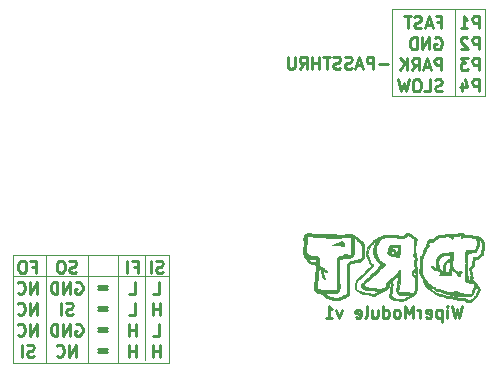
<source format=gbo>
%TF.GenerationSoftware,KiCad,Pcbnew,(5.1.6)-1*%
%TF.CreationDate,2020-12-09T16:37:23-06:00*%
%TF.ProjectId,WiperModule,57697065-724d-46f6-9475-6c652e6b6963,rev?*%
%TF.SameCoordinates,Original*%
%TF.FileFunction,Legend,Bot*%
%TF.FilePolarity,Positive*%
%FSLAX46Y46*%
G04 Gerber Fmt 4.6, Leading zero omitted, Abs format (unit mm)*
G04 Created by KiCad (PCBNEW (5.1.6)-1) date 2020-12-09 16:37:23*
%MOMM*%
%LPD*%
G01*
G04 APERTURE LIST*
%ADD10C,0.254000*%
%ADD11C,0.120000*%
%ADD12C,0.010000*%
G04 APERTURE END LIST*
D10*
X159324523Y-87448571D02*
X158550428Y-87448571D01*
X158066619Y-87835619D02*
X158066619Y-86819619D01*
X157679571Y-86819619D01*
X157582809Y-86868000D01*
X157534428Y-86916380D01*
X157486047Y-87013142D01*
X157486047Y-87158285D01*
X157534428Y-87255047D01*
X157582809Y-87303428D01*
X157679571Y-87351809D01*
X158066619Y-87351809D01*
X157099000Y-87545333D02*
X156615190Y-87545333D01*
X157195761Y-87835619D02*
X156857095Y-86819619D01*
X156518428Y-87835619D01*
X156228142Y-87787238D02*
X156083000Y-87835619D01*
X155841095Y-87835619D01*
X155744333Y-87787238D01*
X155695952Y-87738857D01*
X155647571Y-87642095D01*
X155647571Y-87545333D01*
X155695952Y-87448571D01*
X155744333Y-87400190D01*
X155841095Y-87351809D01*
X156034619Y-87303428D01*
X156131380Y-87255047D01*
X156179761Y-87206666D01*
X156228142Y-87109904D01*
X156228142Y-87013142D01*
X156179761Y-86916380D01*
X156131380Y-86868000D01*
X156034619Y-86819619D01*
X155792714Y-86819619D01*
X155647571Y-86868000D01*
X155260523Y-87787238D02*
X155115380Y-87835619D01*
X154873476Y-87835619D01*
X154776714Y-87787238D01*
X154728333Y-87738857D01*
X154679952Y-87642095D01*
X154679952Y-87545333D01*
X154728333Y-87448571D01*
X154776714Y-87400190D01*
X154873476Y-87351809D01*
X155067000Y-87303428D01*
X155163761Y-87255047D01*
X155212142Y-87206666D01*
X155260523Y-87109904D01*
X155260523Y-87013142D01*
X155212142Y-86916380D01*
X155163761Y-86868000D01*
X155067000Y-86819619D01*
X154825095Y-86819619D01*
X154679952Y-86868000D01*
X154389666Y-86819619D02*
X153809095Y-86819619D01*
X154099380Y-87835619D02*
X154099380Y-86819619D01*
X153470428Y-87835619D02*
X153470428Y-86819619D01*
X153470428Y-87303428D02*
X152889857Y-87303428D01*
X152889857Y-87835619D02*
X152889857Y-86819619D01*
X151825476Y-87835619D02*
X152164142Y-87351809D01*
X152406047Y-87835619D02*
X152406047Y-86819619D01*
X152019000Y-86819619D01*
X151922238Y-86868000D01*
X151873857Y-86916380D01*
X151825476Y-87013142D01*
X151825476Y-87158285D01*
X151873857Y-87255047D01*
X151922238Y-87303428D01*
X152019000Y-87351809D01*
X152406047Y-87351809D01*
X151390047Y-86819619D02*
X151390047Y-87642095D01*
X151341666Y-87738857D01*
X151293285Y-87787238D01*
X151196523Y-87835619D01*
X151003000Y-87835619D01*
X150906238Y-87787238D01*
X150857857Y-87738857D01*
X150809476Y-87642095D01*
X150809476Y-86819619D01*
D11*
X164973000Y-82804000D02*
X164973000Y-90170000D01*
X159639000Y-82804000D02*
X167513000Y-82804000D01*
X159639000Y-90170000D02*
X159639000Y-82804000D01*
X167513000Y-90170000D02*
X159639000Y-90170000D01*
X167513000Y-82804000D02*
X167513000Y-90170000D01*
D10*
X163465328Y-83874428D02*
X163803995Y-83874428D01*
X163803995Y-84406619D02*
X163803995Y-83390619D01*
X163320185Y-83390619D01*
X162981519Y-84116333D02*
X162497709Y-84116333D01*
X163078280Y-84406619D02*
X162739614Y-83390619D01*
X162400947Y-84406619D01*
X162110661Y-84358238D02*
X161965519Y-84406619D01*
X161723614Y-84406619D01*
X161626852Y-84358238D01*
X161578471Y-84309857D01*
X161530090Y-84213095D01*
X161530090Y-84116333D01*
X161578471Y-84019571D01*
X161626852Y-83971190D01*
X161723614Y-83922809D01*
X161917138Y-83874428D01*
X162013900Y-83826047D01*
X162062280Y-83777666D01*
X162110661Y-83680904D01*
X162110661Y-83584142D01*
X162062280Y-83487380D01*
X162013900Y-83439000D01*
X161917138Y-83390619D01*
X161675233Y-83390619D01*
X161530090Y-83439000D01*
X161239804Y-83390619D02*
X160659233Y-83390619D01*
X160949519Y-84406619D02*
X160949519Y-83390619D01*
X163271804Y-85217000D02*
X163368566Y-85168619D01*
X163513709Y-85168619D01*
X163658852Y-85217000D01*
X163755614Y-85313761D01*
X163803995Y-85410523D01*
X163852376Y-85604047D01*
X163852376Y-85749190D01*
X163803995Y-85942714D01*
X163755614Y-86039476D01*
X163658852Y-86136238D01*
X163513709Y-86184619D01*
X163416947Y-86184619D01*
X163271804Y-86136238D01*
X163223423Y-86087857D01*
X163223423Y-85749190D01*
X163416947Y-85749190D01*
X162787995Y-86184619D02*
X162787995Y-85168619D01*
X162207423Y-86184619D01*
X162207423Y-85168619D01*
X161723614Y-86184619D02*
X161723614Y-85168619D01*
X161481709Y-85168619D01*
X161336566Y-85217000D01*
X161239804Y-85313761D01*
X161191423Y-85410523D01*
X161143042Y-85604047D01*
X161143042Y-85749190D01*
X161191423Y-85942714D01*
X161239804Y-86039476D01*
X161336566Y-86136238D01*
X161481709Y-86184619D01*
X161723614Y-86184619D01*
X163803995Y-87962619D02*
X163803995Y-86946619D01*
X163416947Y-86946619D01*
X163320185Y-86995000D01*
X163271804Y-87043380D01*
X163223423Y-87140142D01*
X163223423Y-87285285D01*
X163271804Y-87382047D01*
X163320185Y-87430428D01*
X163416947Y-87478809D01*
X163803995Y-87478809D01*
X162836376Y-87672333D02*
X162352566Y-87672333D01*
X162933138Y-87962619D02*
X162594471Y-86946619D01*
X162255804Y-87962619D01*
X161336566Y-87962619D02*
X161675233Y-87478809D01*
X161917138Y-87962619D02*
X161917138Y-86946619D01*
X161530090Y-86946619D01*
X161433328Y-86995000D01*
X161384947Y-87043380D01*
X161336566Y-87140142D01*
X161336566Y-87285285D01*
X161384947Y-87382047D01*
X161433328Y-87430428D01*
X161530090Y-87478809D01*
X161917138Y-87478809D01*
X160901138Y-87962619D02*
X160901138Y-86946619D01*
X160320566Y-87962619D02*
X160755995Y-87382047D01*
X160320566Y-86946619D02*
X160901138Y-87527190D01*
X163852376Y-89692238D02*
X163707233Y-89740619D01*
X163465328Y-89740619D01*
X163368566Y-89692238D01*
X163320185Y-89643857D01*
X163271804Y-89547095D01*
X163271804Y-89450333D01*
X163320185Y-89353571D01*
X163368566Y-89305190D01*
X163465328Y-89256809D01*
X163658852Y-89208428D01*
X163755614Y-89160047D01*
X163803995Y-89111666D01*
X163852376Y-89014904D01*
X163852376Y-88918142D01*
X163803995Y-88821380D01*
X163755614Y-88773000D01*
X163658852Y-88724619D01*
X163416947Y-88724619D01*
X163271804Y-88773000D01*
X162352566Y-89740619D02*
X162836376Y-89740619D01*
X162836376Y-88724619D01*
X161820376Y-88724619D02*
X161626852Y-88724619D01*
X161530090Y-88773000D01*
X161433328Y-88869761D01*
X161384947Y-89063285D01*
X161384947Y-89401952D01*
X161433328Y-89595476D01*
X161530090Y-89692238D01*
X161626852Y-89740619D01*
X161820376Y-89740619D01*
X161917138Y-89692238D01*
X162013900Y-89595476D01*
X162062280Y-89401952D01*
X162062280Y-89063285D01*
X162013900Y-88869761D01*
X161917138Y-88773000D01*
X161820376Y-88724619D01*
X161046280Y-88724619D02*
X160804376Y-89740619D01*
X160610852Y-89014904D01*
X160417328Y-89740619D01*
X160175423Y-88724619D01*
X166992904Y-84406619D02*
X166992904Y-83390619D01*
X166605857Y-83390619D01*
X166509095Y-83439000D01*
X166460714Y-83487380D01*
X166412333Y-83584142D01*
X166412333Y-83729285D01*
X166460714Y-83826047D01*
X166509095Y-83874428D01*
X166605857Y-83922809D01*
X166992904Y-83922809D01*
X165444714Y-84406619D02*
X166025285Y-84406619D01*
X165735000Y-84406619D02*
X165735000Y-83390619D01*
X165831761Y-83535761D01*
X165928523Y-83632523D01*
X166025285Y-83680904D01*
X166992904Y-86184619D02*
X166992904Y-85168619D01*
X166605857Y-85168619D01*
X166509095Y-85217000D01*
X166460714Y-85265380D01*
X166412333Y-85362142D01*
X166412333Y-85507285D01*
X166460714Y-85604047D01*
X166509095Y-85652428D01*
X166605857Y-85700809D01*
X166992904Y-85700809D01*
X166025285Y-85265380D02*
X165976904Y-85217000D01*
X165880142Y-85168619D01*
X165638238Y-85168619D01*
X165541476Y-85217000D01*
X165493095Y-85265380D01*
X165444714Y-85362142D01*
X165444714Y-85458904D01*
X165493095Y-85604047D01*
X166073666Y-86184619D01*
X165444714Y-86184619D01*
X166992904Y-87962619D02*
X166992904Y-86946619D01*
X166605857Y-86946619D01*
X166509095Y-86995000D01*
X166460714Y-87043380D01*
X166412333Y-87140142D01*
X166412333Y-87285285D01*
X166460714Y-87382047D01*
X166509095Y-87430428D01*
X166605857Y-87478809D01*
X166992904Y-87478809D01*
X166073666Y-86946619D02*
X165444714Y-86946619D01*
X165783380Y-87333666D01*
X165638238Y-87333666D01*
X165541476Y-87382047D01*
X165493095Y-87430428D01*
X165444714Y-87527190D01*
X165444714Y-87769095D01*
X165493095Y-87865857D01*
X165541476Y-87914238D01*
X165638238Y-87962619D01*
X165928523Y-87962619D01*
X166025285Y-87914238D01*
X166073666Y-87865857D01*
X166992904Y-89740619D02*
X166992904Y-88724619D01*
X166605857Y-88724619D01*
X166509095Y-88773000D01*
X166460714Y-88821380D01*
X166412333Y-88918142D01*
X166412333Y-89063285D01*
X166460714Y-89160047D01*
X166509095Y-89208428D01*
X166605857Y-89256809D01*
X166992904Y-89256809D01*
X165541476Y-89063285D02*
X165541476Y-89740619D01*
X165783380Y-88676238D02*
X166025285Y-89401952D01*
X165396333Y-89401952D01*
X132902476Y-105059238D02*
X132757333Y-105107619D01*
X132515428Y-105107619D01*
X132418666Y-105059238D01*
X132370285Y-105010857D01*
X132321904Y-104914095D01*
X132321904Y-104817333D01*
X132370285Y-104720571D01*
X132418666Y-104672190D01*
X132515428Y-104623809D01*
X132708952Y-104575428D01*
X132805714Y-104527047D01*
X132854095Y-104478666D01*
X132902476Y-104381904D01*
X132902476Y-104285142D01*
X132854095Y-104188380D01*
X132805714Y-104140000D01*
X132708952Y-104091619D01*
X132467047Y-104091619D01*
X132321904Y-104140000D01*
X131692952Y-104091619D02*
X131499428Y-104091619D01*
X131402666Y-104140000D01*
X131305904Y-104236761D01*
X131257523Y-104430285D01*
X131257523Y-104768952D01*
X131305904Y-104962476D01*
X131402666Y-105059238D01*
X131499428Y-105107619D01*
X131692952Y-105107619D01*
X131789714Y-105059238D01*
X131886476Y-104962476D01*
X131934857Y-104768952D01*
X131934857Y-104430285D01*
X131886476Y-104236761D01*
X131789714Y-104140000D01*
X131692952Y-104091619D01*
X132854095Y-105918000D02*
X132950857Y-105869619D01*
X133096000Y-105869619D01*
X133241142Y-105918000D01*
X133337904Y-106014761D01*
X133386285Y-106111523D01*
X133434666Y-106305047D01*
X133434666Y-106450190D01*
X133386285Y-106643714D01*
X133337904Y-106740476D01*
X133241142Y-106837238D01*
X133096000Y-106885619D01*
X132999238Y-106885619D01*
X132854095Y-106837238D01*
X132805714Y-106788857D01*
X132805714Y-106450190D01*
X132999238Y-106450190D01*
X132370285Y-106885619D02*
X132370285Y-105869619D01*
X131789714Y-106885619D01*
X131789714Y-105869619D01*
X131305904Y-106885619D02*
X131305904Y-105869619D01*
X131064000Y-105869619D01*
X130918857Y-105918000D01*
X130822095Y-106014761D01*
X130773714Y-106111523D01*
X130725333Y-106305047D01*
X130725333Y-106450190D01*
X130773714Y-106643714D01*
X130822095Y-106740476D01*
X130918857Y-106837238D01*
X131064000Y-106885619D01*
X131305904Y-106885619D01*
X132612190Y-108615238D02*
X132467047Y-108663619D01*
X132225142Y-108663619D01*
X132128380Y-108615238D01*
X132080000Y-108566857D01*
X132031619Y-108470095D01*
X132031619Y-108373333D01*
X132080000Y-108276571D01*
X132128380Y-108228190D01*
X132225142Y-108179809D01*
X132418666Y-108131428D01*
X132515428Y-108083047D01*
X132563809Y-108034666D01*
X132612190Y-107937904D01*
X132612190Y-107841142D01*
X132563809Y-107744380D01*
X132515428Y-107696000D01*
X132418666Y-107647619D01*
X132176761Y-107647619D01*
X132031619Y-107696000D01*
X131596190Y-108663619D02*
X131596190Y-107647619D01*
X132854095Y-109474000D02*
X132950857Y-109425619D01*
X133096000Y-109425619D01*
X133241142Y-109474000D01*
X133337904Y-109570761D01*
X133386285Y-109667523D01*
X133434666Y-109861047D01*
X133434666Y-110006190D01*
X133386285Y-110199714D01*
X133337904Y-110296476D01*
X133241142Y-110393238D01*
X133096000Y-110441619D01*
X132999238Y-110441619D01*
X132854095Y-110393238D01*
X132805714Y-110344857D01*
X132805714Y-110006190D01*
X132999238Y-110006190D01*
X132370285Y-110441619D02*
X132370285Y-109425619D01*
X131789714Y-110441619D01*
X131789714Y-109425619D01*
X131305904Y-110441619D02*
X131305904Y-109425619D01*
X131064000Y-109425619D01*
X130918857Y-109474000D01*
X130822095Y-109570761D01*
X130773714Y-109667523D01*
X130725333Y-109861047D01*
X130725333Y-110006190D01*
X130773714Y-110199714D01*
X130822095Y-110296476D01*
X130918857Y-110393238D01*
X131064000Y-110441619D01*
X131305904Y-110441619D01*
X132878285Y-112219619D02*
X132878285Y-111203619D01*
X132297714Y-112219619D01*
X132297714Y-111203619D01*
X131233333Y-112122857D02*
X131281714Y-112171238D01*
X131426857Y-112219619D01*
X131523619Y-112219619D01*
X131668761Y-112171238D01*
X131765523Y-112074476D01*
X131813904Y-111977714D01*
X131862285Y-111784190D01*
X131862285Y-111639047D01*
X131813904Y-111445523D01*
X131765523Y-111348761D01*
X131668761Y-111252000D01*
X131523619Y-111203619D01*
X131426857Y-111203619D01*
X131281714Y-111252000D01*
X131233333Y-111300380D01*
D11*
X138684000Y-103632000D02*
X138684000Y-112522000D01*
X136398000Y-103632000D02*
X136398000Y-112776000D01*
X127508000Y-105410000D02*
X140716000Y-105410000D01*
X133858000Y-103632000D02*
X133858000Y-112776000D01*
X130302000Y-103632000D02*
X130302000Y-112776000D01*
X127508000Y-112776000D02*
X127508000Y-103632000D01*
X140716000Y-112776000D02*
X127508000Y-112776000D01*
X140716000Y-103632000D02*
X140716000Y-112776000D01*
X127508000Y-103632000D02*
X140716000Y-103632000D01*
D10*
X135515047Y-106226428D02*
X134740952Y-106226428D01*
X134740952Y-106516714D02*
X135515047Y-106516714D01*
X135515047Y-108004428D02*
X134740952Y-108004428D01*
X134740952Y-108294714D02*
X135515047Y-108294714D01*
X135515047Y-109782428D02*
X134740952Y-109782428D01*
X134740952Y-110072714D02*
X135515047Y-110072714D01*
X135515047Y-111560428D02*
X134740952Y-111560428D01*
X134740952Y-111850714D02*
X135515047Y-111850714D01*
X129165047Y-104575428D02*
X129503714Y-104575428D01*
X129503714Y-105107619D02*
X129503714Y-104091619D01*
X129019904Y-104091619D01*
X128439333Y-104091619D02*
X128245809Y-104091619D01*
X128149047Y-104140000D01*
X128052285Y-104236761D01*
X128003904Y-104430285D01*
X128003904Y-104768952D01*
X128052285Y-104962476D01*
X128149047Y-105059238D01*
X128245809Y-105107619D01*
X128439333Y-105107619D01*
X128536095Y-105059238D01*
X128632857Y-104962476D01*
X128681238Y-104768952D01*
X128681238Y-104430285D01*
X128632857Y-104236761D01*
X128536095Y-104140000D01*
X128439333Y-104091619D01*
X129576285Y-106885619D02*
X129576285Y-105869619D01*
X128995714Y-106885619D01*
X128995714Y-105869619D01*
X127931333Y-106788857D02*
X127979714Y-106837238D01*
X128124857Y-106885619D01*
X128221619Y-106885619D01*
X128366761Y-106837238D01*
X128463523Y-106740476D01*
X128511904Y-106643714D01*
X128560285Y-106450190D01*
X128560285Y-106305047D01*
X128511904Y-106111523D01*
X128463523Y-106014761D01*
X128366761Y-105918000D01*
X128221619Y-105869619D01*
X128124857Y-105869619D01*
X127979714Y-105918000D01*
X127931333Y-105966380D01*
X129576285Y-108663619D02*
X129576285Y-107647619D01*
X128995714Y-108663619D01*
X128995714Y-107647619D01*
X127931333Y-108566857D02*
X127979714Y-108615238D01*
X128124857Y-108663619D01*
X128221619Y-108663619D01*
X128366761Y-108615238D01*
X128463523Y-108518476D01*
X128511904Y-108421714D01*
X128560285Y-108228190D01*
X128560285Y-108083047D01*
X128511904Y-107889523D01*
X128463523Y-107792761D01*
X128366761Y-107696000D01*
X128221619Y-107647619D01*
X128124857Y-107647619D01*
X127979714Y-107696000D01*
X127931333Y-107744380D01*
X129576285Y-110441619D02*
X129576285Y-109425619D01*
X128995714Y-110441619D01*
X128995714Y-109425619D01*
X127931333Y-110344857D02*
X127979714Y-110393238D01*
X128124857Y-110441619D01*
X128221619Y-110441619D01*
X128366761Y-110393238D01*
X128463523Y-110296476D01*
X128511904Y-110199714D01*
X128560285Y-110006190D01*
X128560285Y-109861047D01*
X128511904Y-109667523D01*
X128463523Y-109570761D01*
X128366761Y-109474000D01*
X128221619Y-109425619D01*
X128124857Y-109425619D01*
X127979714Y-109474000D01*
X127931333Y-109522380D01*
X129310190Y-112171238D02*
X129165047Y-112219619D01*
X128923142Y-112219619D01*
X128826380Y-112171238D01*
X128778000Y-112122857D01*
X128729619Y-112026095D01*
X128729619Y-111929333D01*
X128778000Y-111832571D01*
X128826380Y-111784190D01*
X128923142Y-111735809D01*
X129116666Y-111687428D01*
X129213428Y-111639047D01*
X129261809Y-111590666D01*
X129310190Y-111493904D01*
X129310190Y-111397142D01*
X129261809Y-111300380D01*
X129213428Y-111252000D01*
X129116666Y-111203619D01*
X128874761Y-111203619D01*
X128729619Y-111252000D01*
X128294190Y-112219619D02*
X128294190Y-111203619D01*
X137764761Y-104575428D02*
X138103428Y-104575428D01*
X138103428Y-105107619D02*
X138103428Y-104091619D01*
X137619619Y-104091619D01*
X137232571Y-105107619D02*
X137232571Y-104091619D01*
X137353523Y-106885619D02*
X137837333Y-106885619D01*
X137837333Y-105869619D01*
X137353523Y-108663619D02*
X137837333Y-108663619D01*
X137837333Y-107647619D01*
X137958285Y-110441619D02*
X137958285Y-109425619D01*
X137958285Y-109909428D02*
X137377714Y-109909428D01*
X137377714Y-110441619D02*
X137377714Y-109425619D01*
X137958285Y-112219619D02*
X137958285Y-111203619D01*
X137958285Y-111687428D02*
X137377714Y-111687428D01*
X137377714Y-112219619D02*
X137377714Y-111203619D01*
X140232190Y-105059238D02*
X140087047Y-105107619D01*
X139845142Y-105107619D01*
X139748380Y-105059238D01*
X139700000Y-105010857D01*
X139651619Y-104914095D01*
X139651619Y-104817333D01*
X139700000Y-104720571D01*
X139748380Y-104672190D01*
X139845142Y-104623809D01*
X140038666Y-104575428D01*
X140135428Y-104527047D01*
X140183809Y-104478666D01*
X140232190Y-104381904D01*
X140232190Y-104285142D01*
X140183809Y-104188380D01*
X140135428Y-104140000D01*
X140038666Y-104091619D01*
X139796761Y-104091619D01*
X139651619Y-104140000D01*
X139216190Y-105107619D02*
X139216190Y-104091619D01*
X139385523Y-106885619D02*
X139869333Y-106885619D01*
X139869333Y-105869619D01*
X139990285Y-108663619D02*
X139990285Y-107647619D01*
X139990285Y-108131428D02*
X139409714Y-108131428D01*
X139409714Y-108663619D02*
X139409714Y-107647619D01*
X139385523Y-110441619D02*
X139869333Y-110441619D01*
X139869333Y-109425619D01*
X139990285Y-112219619D02*
X139990285Y-111203619D01*
X139990285Y-111687428D02*
X139409714Y-111687428D01*
X139409714Y-112219619D02*
X139409714Y-111203619D01*
X165571714Y-107901619D02*
X165329809Y-108917619D01*
X165136285Y-108191904D01*
X164942761Y-108917619D01*
X164700857Y-107901619D01*
X164313809Y-108917619D02*
X164313809Y-108240285D01*
X164313809Y-107901619D02*
X164362190Y-107950000D01*
X164313809Y-107998380D01*
X164265428Y-107950000D01*
X164313809Y-107901619D01*
X164313809Y-107998380D01*
X163830000Y-108240285D02*
X163830000Y-109256285D01*
X163830000Y-108288666D02*
X163733238Y-108240285D01*
X163539714Y-108240285D01*
X163442952Y-108288666D01*
X163394571Y-108337047D01*
X163346190Y-108433809D01*
X163346190Y-108724095D01*
X163394571Y-108820857D01*
X163442952Y-108869238D01*
X163539714Y-108917619D01*
X163733238Y-108917619D01*
X163830000Y-108869238D01*
X162523714Y-108869238D02*
X162620476Y-108917619D01*
X162814000Y-108917619D01*
X162910761Y-108869238D01*
X162959142Y-108772476D01*
X162959142Y-108385428D01*
X162910761Y-108288666D01*
X162814000Y-108240285D01*
X162620476Y-108240285D01*
X162523714Y-108288666D01*
X162475333Y-108385428D01*
X162475333Y-108482190D01*
X162959142Y-108578952D01*
X162039904Y-108917619D02*
X162039904Y-108240285D01*
X162039904Y-108433809D02*
X161991523Y-108337047D01*
X161943142Y-108288666D01*
X161846380Y-108240285D01*
X161749619Y-108240285D01*
X161410952Y-108917619D02*
X161410952Y-107901619D01*
X161072285Y-108627333D01*
X160733619Y-107901619D01*
X160733619Y-108917619D01*
X160104666Y-108917619D02*
X160201428Y-108869238D01*
X160249809Y-108820857D01*
X160298190Y-108724095D01*
X160298190Y-108433809D01*
X160249809Y-108337047D01*
X160201428Y-108288666D01*
X160104666Y-108240285D01*
X159959523Y-108240285D01*
X159862761Y-108288666D01*
X159814380Y-108337047D01*
X159766000Y-108433809D01*
X159766000Y-108724095D01*
X159814380Y-108820857D01*
X159862761Y-108869238D01*
X159959523Y-108917619D01*
X160104666Y-108917619D01*
X158895142Y-108917619D02*
X158895142Y-107901619D01*
X158895142Y-108869238D02*
X158991904Y-108917619D01*
X159185428Y-108917619D01*
X159282190Y-108869238D01*
X159330571Y-108820857D01*
X159378952Y-108724095D01*
X159378952Y-108433809D01*
X159330571Y-108337047D01*
X159282190Y-108288666D01*
X159185428Y-108240285D01*
X158991904Y-108240285D01*
X158895142Y-108288666D01*
X157975904Y-108240285D02*
X157975904Y-108917619D01*
X158411333Y-108240285D02*
X158411333Y-108772476D01*
X158362952Y-108869238D01*
X158266190Y-108917619D01*
X158121047Y-108917619D01*
X158024285Y-108869238D01*
X157975904Y-108820857D01*
X157346952Y-108917619D02*
X157443714Y-108869238D01*
X157492095Y-108772476D01*
X157492095Y-107901619D01*
X156572857Y-108869238D02*
X156669619Y-108917619D01*
X156863142Y-108917619D01*
X156959904Y-108869238D01*
X157008285Y-108772476D01*
X157008285Y-108385428D01*
X156959904Y-108288666D01*
X156863142Y-108240285D01*
X156669619Y-108240285D01*
X156572857Y-108288666D01*
X156524476Y-108385428D01*
X156524476Y-108482190D01*
X157008285Y-108578952D01*
X155411714Y-108240285D02*
X155169809Y-108917619D01*
X154927904Y-108240285D01*
X154008666Y-108917619D02*
X154589238Y-108917619D01*
X154298952Y-108917619D02*
X154298952Y-107901619D01*
X154395714Y-108046761D01*
X154492476Y-108143523D01*
X154589238Y-108191904D01*
D12*
G36*
X155276011Y-102459642D02*
G01*
X155189454Y-102491440D01*
X155069822Y-102545079D01*
X155056952Y-102551105D01*
X154944901Y-102599930D01*
X154826586Y-102645617D01*
X154730450Y-102677402D01*
X154639320Y-102709623D01*
X154590945Y-102741285D01*
X154584400Y-102756409D01*
X154606416Y-102783580D01*
X154665049Y-102793415D01*
X154749173Y-102785940D01*
X154847667Y-102761186D01*
X154863800Y-102755700D01*
X154976279Y-102725158D01*
X155072917Y-102724629D01*
X155175466Y-102755647D01*
X155232100Y-102781662D01*
X155361637Y-102831711D01*
X155464533Y-102841933D01*
X155538814Y-102812290D01*
X155560860Y-102788148D01*
X155596161Y-102700133D01*
X155594049Y-102685004D01*
X155420025Y-102685004D01*
X155394574Y-102679675D01*
X155389755Y-102677866D01*
X155358652Y-102657745D01*
X155358428Y-102646305D01*
X155385298Y-102649154D01*
X155403974Y-102663648D01*
X155420025Y-102685004D01*
X155594049Y-102685004D01*
X155583889Y-102612258D01*
X155526764Y-102531818D01*
X155443723Y-102474087D01*
X155392497Y-102453087D01*
X155340143Y-102447565D01*
X155276011Y-102459642D01*
G37*
X155276011Y-102459642D02*
X155189454Y-102491440D01*
X155069822Y-102545079D01*
X155056952Y-102551105D01*
X154944901Y-102599930D01*
X154826586Y-102645617D01*
X154730450Y-102677402D01*
X154639320Y-102709623D01*
X154590945Y-102741285D01*
X154584400Y-102756409D01*
X154606416Y-102783580D01*
X154665049Y-102793415D01*
X154749173Y-102785940D01*
X154847667Y-102761186D01*
X154863800Y-102755700D01*
X154976279Y-102725158D01*
X155072917Y-102724629D01*
X155175466Y-102755647D01*
X155232100Y-102781662D01*
X155361637Y-102831711D01*
X155464533Y-102841933D01*
X155538814Y-102812290D01*
X155560860Y-102788148D01*
X155596161Y-102700133D01*
X155594049Y-102685004D01*
X155420025Y-102685004D01*
X155394574Y-102679675D01*
X155389755Y-102677866D01*
X155358652Y-102657745D01*
X155358428Y-102646305D01*
X155385298Y-102649154D01*
X155403974Y-102663648D01*
X155420025Y-102685004D01*
X155594049Y-102685004D01*
X155583889Y-102612258D01*
X155526764Y-102531818D01*
X155443723Y-102474087D01*
X155392497Y-102453087D01*
X155340143Y-102447565D01*
X155276011Y-102459642D01*
G36*
X159695110Y-102738327D02*
G01*
X159657112Y-102743532D01*
X159513636Y-102773948D01*
X159413464Y-102821495D01*
X159350116Y-102893187D01*
X159317111Y-102996036D01*
X159307993Y-103121440D01*
X159299547Y-103203856D01*
X159279313Y-103271404D01*
X159269893Y-103287604D01*
X159234996Y-103367984D01*
X159244446Y-103448872D01*
X159292217Y-103524221D01*
X159372279Y-103587987D01*
X159478606Y-103634125D01*
X159605170Y-103656587D01*
X159639000Y-103657794D01*
X159707969Y-103666714D01*
X159803541Y-103689457D01*
X159905100Y-103721112D01*
X159905700Y-103721325D01*
X160009642Y-103757191D01*
X160078088Y-103776400D01*
X160123253Y-103779738D01*
X160157352Y-103767991D01*
X160192600Y-103741945D01*
X160195012Y-103739950D01*
X160220746Y-103710940D01*
X160239826Y-103666685D01*
X160254896Y-103596910D01*
X160268602Y-103491339D01*
X160275089Y-103428800D01*
X160289349Y-103296381D01*
X160305604Y-103163049D01*
X160321284Y-103049274D01*
X160328314Y-103004889D01*
X160329389Y-102996630D01*
X160126921Y-102996630D01*
X160108663Y-103206365D01*
X160091608Y-103351710D01*
X160069524Y-103448116D01*
X160041541Y-103497274D01*
X160006785Y-103500875D01*
X159972344Y-103470687D01*
X159951901Y-103425889D01*
X159933392Y-103352675D01*
X159931047Y-103338469D01*
X159814588Y-103338469D01*
X159804550Y-103402612D01*
X159760921Y-103450575D01*
X159692254Y-103475925D01*
X159607099Y-103472228D01*
X159539406Y-103447475D01*
X159482544Y-103407270D01*
X159472196Y-103362279D01*
X159506961Y-103302590D01*
X159517165Y-103290374D01*
X159585286Y-103239161D01*
X159664773Y-103218581D01*
X159738577Y-103230290D01*
X159782486Y-103264581D01*
X159814588Y-103338469D01*
X159931047Y-103338469D01*
X159927521Y-103317120D01*
X159896758Y-103196223D01*
X159840237Y-103115835D01*
X159752759Y-103070011D01*
X159701798Y-103059067D01*
X159623104Y-103042244D01*
X159592866Y-103020198D01*
X159608758Y-102988904D01*
X159644652Y-102960340D01*
X159718518Y-102932076D01*
X159820592Y-102922076D01*
X159931649Y-102930421D01*
X160032464Y-102957191D01*
X160036176Y-102958715D01*
X160126921Y-102996630D01*
X160329389Y-102996630D01*
X160339649Y-102917844D01*
X160342221Y-102849368D01*
X160336850Y-102818148D01*
X160279989Y-102771047D01*
X160180859Y-102738798D01*
X160045986Y-102722118D01*
X159881895Y-102721722D01*
X159695110Y-102738327D01*
G37*
X159695110Y-102738327D02*
X159657112Y-102743532D01*
X159513636Y-102773948D01*
X159413464Y-102821495D01*
X159350116Y-102893187D01*
X159317111Y-102996036D01*
X159307993Y-103121440D01*
X159299547Y-103203856D01*
X159279313Y-103271404D01*
X159269893Y-103287604D01*
X159234996Y-103367984D01*
X159244446Y-103448872D01*
X159292217Y-103524221D01*
X159372279Y-103587987D01*
X159478606Y-103634125D01*
X159605170Y-103656587D01*
X159639000Y-103657794D01*
X159707969Y-103666714D01*
X159803541Y-103689457D01*
X159905100Y-103721112D01*
X159905700Y-103721325D01*
X160009642Y-103757191D01*
X160078088Y-103776400D01*
X160123253Y-103779738D01*
X160157352Y-103767991D01*
X160192600Y-103741945D01*
X160195012Y-103739950D01*
X160220746Y-103710940D01*
X160239826Y-103666685D01*
X160254896Y-103596910D01*
X160268602Y-103491339D01*
X160275089Y-103428800D01*
X160289349Y-103296381D01*
X160305604Y-103163049D01*
X160321284Y-103049274D01*
X160328314Y-103004889D01*
X160329389Y-102996630D01*
X160126921Y-102996630D01*
X160108663Y-103206365D01*
X160091608Y-103351710D01*
X160069524Y-103448116D01*
X160041541Y-103497274D01*
X160006785Y-103500875D01*
X159972344Y-103470687D01*
X159951901Y-103425889D01*
X159933392Y-103352675D01*
X159931047Y-103338469D01*
X159814588Y-103338469D01*
X159804550Y-103402612D01*
X159760921Y-103450575D01*
X159692254Y-103475925D01*
X159607099Y-103472228D01*
X159539406Y-103447475D01*
X159482544Y-103407270D01*
X159472196Y-103362279D01*
X159506961Y-103302590D01*
X159517165Y-103290374D01*
X159585286Y-103239161D01*
X159664773Y-103218581D01*
X159738577Y-103230290D01*
X159782486Y-103264581D01*
X159814588Y-103338469D01*
X159931047Y-103338469D01*
X159927521Y-103317120D01*
X159896758Y-103196223D01*
X159840237Y-103115835D01*
X159752759Y-103070011D01*
X159701798Y-103059067D01*
X159623104Y-103042244D01*
X159592866Y-103020198D01*
X159608758Y-102988904D01*
X159644652Y-102960340D01*
X159718518Y-102932076D01*
X159820592Y-102922076D01*
X159931649Y-102930421D01*
X160032464Y-102957191D01*
X160036176Y-102958715D01*
X160126921Y-102996630D01*
X160329389Y-102996630D01*
X160339649Y-102917844D01*
X160342221Y-102849368D01*
X160336850Y-102818148D01*
X160279989Y-102771047D01*
X160180859Y-102738798D01*
X160045986Y-102722118D01*
X159881895Y-102721722D01*
X159695110Y-102738327D01*
G36*
X164719000Y-103347950D02*
G01*
X164655504Y-103355034D01*
X164568462Y-103363629D01*
X164528500Y-103367286D01*
X164309164Y-103388305D01*
X164132959Y-103409419D01*
X163992255Y-103432610D01*
X163879420Y-103459862D01*
X163786820Y-103493158D01*
X163706823Y-103534483D01*
X163631799Y-103585819D01*
X163604026Y-103607543D01*
X163516318Y-103700965D01*
X163444184Y-103830091D01*
X163384672Y-104000817D01*
X163361543Y-104091409D01*
X163342991Y-104183297D01*
X163337219Y-104259920D01*
X163344214Y-104343522D01*
X163361346Y-104442748D01*
X163385723Y-104587015D01*
X163393300Y-104685065D01*
X163382276Y-104739218D01*
X163350847Y-104751792D01*
X163297210Y-104725107D01*
X163219564Y-104661482D01*
X163203048Y-104646423D01*
X163125321Y-104582618D01*
X163064961Y-104553704D01*
X163022625Y-104551173D01*
X162963877Y-104570389D01*
X162951343Y-104607690D01*
X162984597Y-104661028D01*
X163058756Y-104725089D01*
X163133259Y-104780091D01*
X163197533Y-104827669D01*
X163226041Y-104848860D01*
X163278561Y-104873543D01*
X163358671Y-104896374D01*
X163405599Y-104905432D01*
X163496302Y-104929935D01*
X163590714Y-104971365D01*
X163674052Y-105021406D01*
X163731534Y-105071738D01*
X163747152Y-105097633D01*
X163737363Y-105134955D01*
X163704712Y-105173128D01*
X163664985Y-105224052D01*
X163652200Y-105266697D01*
X163657346Y-105295122D01*
X163681278Y-105305565D01*
X163736741Y-105301057D01*
X163772850Y-105295376D01*
X163873100Y-105285060D01*
X164000801Y-105280689D01*
X164140252Y-105281845D01*
X164275749Y-105288113D01*
X164391589Y-105299076D01*
X164470544Y-105313869D01*
X164542896Y-105328032D01*
X164591684Y-105316122D01*
X164622276Y-105271562D01*
X164640039Y-105187779D01*
X164648100Y-105096324D01*
X164657671Y-104978549D01*
X164670675Y-104906390D01*
X164690947Y-104874660D01*
X164722324Y-104878176D01*
X164768640Y-104911754D01*
X164778410Y-104920197D01*
X164846345Y-104974321D01*
X164934004Y-105037325D01*
X164990894Y-105075205D01*
X165084896Y-105146327D01*
X165138834Y-105216436D01*
X165151354Y-105246576D01*
X165199331Y-105334528D01*
X165269299Y-105392573D01*
X165337006Y-105410000D01*
X165369302Y-105401848D01*
X165372469Y-105367921D01*
X165365871Y-105340150D01*
X165346844Y-105247287D01*
X165352676Y-105188183D01*
X165384915Y-105151462D01*
X165392100Y-105147194D01*
X165478572Y-105098841D01*
X165527722Y-105068015D01*
X165546520Y-105047372D01*
X165541938Y-105029568D01*
X165522982Y-105009295D01*
X165486517Y-104985295D01*
X165435369Y-104982617D01*
X165373997Y-104993960D01*
X165222252Y-105005232D01*
X165083001Y-104967313D01*
X164956416Y-104880294D01*
X164842671Y-104744267D01*
X164812592Y-104696475D01*
X164716528Y-104534625D01*
X164736614Y-104333703D01*
X164541200Y-104333703D01*
X164537199Y-104440068D01*
X164526371Y-104564576D01*
X164510478Y-104695540D01*
X164491284Y-104821269D01*
X164470552Y-104930075D01*
X164450045Y-105010268D01*
X164433456Y-105048050D01*
X164392709Y-105066978D01*
X164314777Y-105077993D01*
X164259174Y-105079800D01*
X164175150Y-105078051D01*
X164128376Y-105069195D01*
X164105331Y-105047819D01*
X164093746Y-105013571D01*
X164087348Y-104950625D01*
X164087700Y-104853361D01*
X164093624Y-104737642D01*
X164103941Y-104619326D01*
X164117473Y-104514276D01*
X164133043Y-104438352D01*
X164137475Y-104424818D01*
X164205850Y-104312897D01*
X164316416Y-104218440D01*
X164368739Y-104188328D01*
X164448936Y-104150553D01*
X164499507Y-104140800D01*
X164527226Y-104164778D01*
X164538865Y-104228197D01*
X164541200Y-104333703D01*
X164736614Y-104333703D01*
X164743279Y-104267042D01*
X164755346Y-104126866D01*
X164764997Y-103978232D01*
X164770779Y-103845173D01*
X164771733Y-103796679D01*
X164772261Y-103753761D01*
X164571901Y-103753761D01*
X164566987Y-103831822D01*
X164534184Y-103887864D01*
X164469090Y-103934419D01*
X164445950Y-103946711D01*
X164258253Y-104058198D01*
X164116825Y-104180652D01*
X164017293Y-104321055D01*
X163955282Y-104486389D01*
X163926418Y-104683637D01*
X163923099Y-104781350D01*
X163917941Y-104872459D01*
X163900259Y-104917895D01*
X163864347Y-104919615D01*
X163804500Y-104879572D01*
X163756910Y-104838287D01*
X163644359Y-104703017D01*
X163571502Y-104538184D01*
X163540040Y-104347941D01*
X163538851Y-104305100D01*
X163556733Y-104112107D01*
X163613300Y-103950029D01*
X163709581Y-103817818D01*
X163846608Y-103714429D01*
X164025412Y-103638813D01*
X164242631Y-103590578D01*
X164369809Y-103573812D01*
X164455988Y-103569546D01*
X164509742Y-103579176D01*
X164539643Y-103604095D01*
X164553332Y-103641151D01*
X164571901Y-103753761D01*
X164772261Y-103753761D01*
X164773182Y-103678994D01*
X164775378Y-103561970D01*
X164777855Y-103470113D01*
X164777968Y-103466900D01*
X164778988Y-103391987D01*
X164771016Y-103355625D01*
X164748022Y-103345650D01*
X164719000Y-103347950D01*
G37*
X164719000Y-103347950D02*
X164655504Y-103355034D01*
X164568462Y-103363629D01*
X164528500Y-103367286D01*
X164309164Y-103388305D01*
X164132959Y-103409419D01*
X163992255Y-103432610D01*
X163879420Y-103459862D01*
X163786820Y-103493158D01*
X163706823Y-103534483D01*
X163631799Y-103585819D01*
X163604026Y-103607543D01*
X163516318Y-103700965D01*
X163444184Y-103830091D01*
X163384672Y-104000817D01*
X163361543Y-104091409D01*
X163342991Y-104183297D01*
X163337219Y-104259920D01*
X163344214Y-104343522D01*
X163361346Y-104442748D01*
X163385723Y-104587015D01*
X163393300Y-104685065D01*
X163382276Y-104739218D01*
X163350847Y-104751792D01*
X163297210Y-104725107D01*
X163219564Y-104661482D01*
X163203048Y-104646423D01*
X163125321Y-104582618D01*
X163064961Y-104553704D01*
X163022625Y-104551173D01*
X162963877Y-104570389D01*
X162951343Y-104607690D01*
X162984597Y-104661028D01*
X163058756Y-104725089D01*
X163133259Y-104780091D01*
X163197533Y-104827669D01*
X163226041Y-104848860D01*
X163278561Y-104873543D01*
X163358671Y-104896374D01*
X163405599Y-104905432D01*
X163496302Y-104929935D01*
X163590714Y-104971365D01*
X163674052Y-105021406D01*
X163731534Y-105071738D01*
X163747152Y-105097633D01*
X163737363Y-105134955D01*
X163704712Y-105173128D01*
X163664985Y-105224052D01*
X163652200Y-105266697D01*
X163657346Y-105295122D01*
X163681278Y-105305565D01*
X163736741Y-105301057D01*
X163772850Y-105295376D01*
X163873100Y-105285060D01*
X164000801Y-105280689D01*
X164140252Y-105281845D01*
X164275749Y-105288113D01*
X164391589Y-105299076D01*
X164470544Y-105313869D01*
X164542896Y-105328032D01*
X164591684Y-105316122D01*
X164622276Y-105271562D01*
X164640039Y-105187779D01*
X164648100Y-105096324D01*
X164657671Y-104978549D01*
X164670675Y-104906390D01*
X164690947Y-104874660D01*
X164722324Y-104878176D01*
X164768640Y-104911754D01*
X164778410Y-104920197D01*
X164846345Y-104974321D01*
X164934004Y-105037325D01*
X164990894Y-105075205D01*
X165084896Y-105146327D01*
X165138834Y-105216436D01*
X165151354Y-105246576D01*
X165199331Y-105334528D01*
X165269299Y-105392573D01*
X165337006Y-105410000D01*
X165369302Y-105401848D01*
X165372469Y-105367921D01*
X165365871Y-105340150D01*
X165346844Y-105247287D01*
X165352676Y-105188183D01*
X165384915Y-105151462D01*
X165392100Y-105147194D01*
X165478572Y-105098841D01*
X165527722Y-105068015D01*
X165546520Y-105047372D01*
X165541938Y-105029568D01*
X165522982Y-105009295D01*
X165486517Y-104985295D01*
X165435369Y-104982617D01*
X165373997Y-104993960D01*
X165222252Y-105005232D01*
X165083001Y-104967313D01*
X164956416Y-104880294D01*
X164842671Y-104744267D01*
X164812592Y-104696475D01*
X164716528Y-104534625D01*
X164736614Y-104333703D01*
X164541200Y-104333703D01*
X164537199Y-104440068D01*
X164526371Y-104564576D01*
X164510478Y-104695540D01*
X164491284Y-104821269D01*
X164470552Y-104930075D01*
X164450045Y-105010268D01*
X164433456Y-105048050D01*
X164392709Y-105066978D01*
X164314777Y-105077993D01*
X164259174Y-105079800D01*
X164175150Y-105078051D01*
X164128376Y-105069195D01*
X164105331Y-105047819D01*
X164093746Y-105013571D01*
X164087348Y-104950625D01*
X164087700Y-104853361D01*
X164093624Y-104737642D01*
X164103941Y-104619326D01*
X164117473Y-104514276D01*
X164133043Y-104438352D01*
X164137475Y-104424818D01*
X164205850Y-104312897D01*
X164316416Y-104218440D01*
X164368739Y-104188328D01*
X164448936Y-104150553D01*
X164499507Y-104140800D01*
X164527226Y-104164778D01*
X164538865Y-104228197D01*
X164541200Y-104333703D01*
X164736614Y-104333703D01*
X164743279Y-104267042D01*
X164755346Y-104126866D01*
X164764997Y-103978232D01*
X164770779Y-103845173D01*
X164771733Y-103796679D01*
X164772261Y-103753761D01*
X164571901Y-103753761D01*
X164566987Y-103831822D01*
X164534184Y-103887864D01*
X164469090Y-103934419D01*
X164445950Y-103946711D01*
X164258253Y-104058198D01*
X164116825Y-104180652D01*
X164017293Y-104321055D01*
X163955282Y-104486389D01*
X163926418Y-104683637D01*
X163923099Y-104781350D01*
X163917941Y-104872459D01*
X163900259Y-104917895D01*
X163864347Y-104919615D01*
X163804500Y-104879572D01*
X163756910Y-104838287D01*
X163644359Y-104703017D01*
X163571502Y-104538184D01*
X163540040Y-104347941D01*
X163538851Y-104305100D01*
X163556733Y-104112107D01*
X163613300Y-103950029D01*
X163709581Y-103817818D01*
X163846608Y-103714429D01*
X164025412Y-103638813D01*
X164242631Y-103590578D01*
X164369809Y-103573812D01*
X164455988Y-103569546D01*
X164509742Y-103579176D01*
X164539643Y-103604095D01*
X164553332Y-103641151D01*
X164571901Y-103753761D01*
X164772261Y-103753761D01*
X164773182Y-103678994D01*
X164775378Y-103561970D01*
X164777855Y-103470113D01*
X164777968Y-103466900D01*
X164778988Y-103391987D01*
X164771016Y-103355625D01*
X164748022Y-103345650D01*
X164719000Y-103347950D01*
G36*
X152487487Y-101740329D02*
G01*
X152414517Y-101763767D01*
X152374173Y-101780405D01*
X152277933Y-101832436D01*
X152208533Y-101898168D01*
X152163561Y-101984622D01*
X152140604Y-102098821D01*
X152137247Y-102247787D01*
X152150377Y-102431550D01*
X152162243Y-102560522D01*
X152167055Y-102655467D01*
X152163841Y-102732797D01*
X152151632Y-102808919D01*
X152129459Y-102900243D01*
X152120742Y-102932971D01*
X152086202Y-103083869D01*
X152072808Y-103214302D01*
X152082313Y-103337981D01*
X152116469Y-103468617D01*
X152177028Y-103619920D01*
X152220460Y-103713244D01*
X152291455Y-103853414D01*
X152358151Y-103964129D01*
X152433184Y-104063830D01*
X152529194Y-104170955D01*
X152546947Y-104189600D01*
X152742900Y-104394212D01*
X152925236Y-104394106D01*
X153040131Y-104397417D01*
X153115471Y-104413196D01*
X153158669Y-104449968D01*
X153177136Y-104516258D01*
X153178287Y-104620593D01*
X153175169Y-104681572D01*
X153168904Y-104794564D01*
X153161529Y-104937841D01*
X153154075Y-105090930D01*
X153148960Y-105201982D01*
X153138349Y-105361180D01*
X153121014Y-105538141D01*
X153099725Y-105706914D01*
X153085262Y-105798882D01*
X153056752Y-105992243D01*
X153040463Y-106171610D01*
X153036693Y-106327730D01*
X153045742Y-106451350D01*
X153062016Y-106519596D01*
X153129411Y-106631024D01*
X153239733Y-106719687D01*
X153385853Y-106784246D01*
X153513595Y-106839739D01*
X153671107Y-106931414D01*
X153846261Y-107050310D01*
X153995671Y-107153252D01*
X154113988Y-107225663D01*
X154207670Y-107271225D01*
X154267822Y-107290499D01*
X154349492Y-107309775D01*
X154461503Y-107336848D01*
X154584930Y-107367125D01*
X154639882Y-107380753D01*
X154756944Y-107409721D01*
X154838982Y-107427715D01*
X154900405Y-107435477D01*
X154955621Y-107433747D01*
X155019036Y-107423269D01*
X155105059Y-107404783D01*
X155105360Y-107404718D01*
X155210726Y-107375240D01*
X155337596Y-107329814D01*
X155474772Y-107273582D01*
X155611054Y-107211687D01*
X155735244Y-107149270D01*
X155836142Y-107091474D01*
X155902549Y-107043440D01*
X155911550Y-107034549D01*
X155956771Y-106971948D01*
X155980666Y-106912715D01*
X155981765Y-106901849D01*
X155982152Y-106862011D01*
X155983057Y-106778663D01*
X155984398Y-106659088D01*
X155986092Y-106510572D01*
X155988056Y-106340401D01*
X155990169Y-106159300D01*
X155991593Y-105969740D01*
X155991452Y-105789919D01*
X155989868Y-105628208D01*
X155986963Y-105492976D01*
X155982859Y-105392592D01*
X155978214Y-105338784D01*
X155970528Y-105263137D01*
X155963524Y-105150607D01*
X155957881Y-105015111D01*
X155954277Y-104870566D01*
X155953810Y-104837712D01*
X155952913Y-104672613D01*
X155957177Y-104550495D01*
X155970210Y-104463560D01*
X155995618Y-104404013D01*
X156037008Y-104364058D01*
X156097985Y-104335899D01*
X156182156Y-104311739D01*
X156199100Y-104307452D01*
X156297918Y-104279854D01*
X156386703Y-104250316D01*
X156440859Y-104227731D01*
X156509967Y-104206493D01*
X156610469Y-104193361D01*
X156684989Y-104190551D01*
X156843205Y-104173553D01*
X156990917Y-104126725D01*
X157119006Y-104055628D01*
X157218351Y-103965823D01*
X157279832Y-103862871D01*
X157291505Y-103820748D01*
X157292220Y-103810447D01*
X157100662Y-103810447D01*
X157039575Y-103871534D01*
X156946742Y-103933306D01*
X156819600Y-103973363D01*
X156674130Y-103987458D01*
X156591969Y-103996845D01*
X156488699Y-104021038D01*
X156407430Y-104047409D01*
X156301945Y-104082634D01*
X156194202Y-104111773D01*
X156127571Y-104125147D01*
X155992199Y-104169085D01*
X155884091Y-104253955D01*
X155820867Y-104349863D01*
X155807253Y-104386104D01*
X155797639Y-104433494D01*
X155791700Y-104499419D01*
X155789113Y-104591268D01*
X155789555Y-104716429D01*
X155792701Y-104882292D01*
X155794434Y-104953408D01*
X155801193Y-105258144D01*
X155805812Y-105549925D01*
X155808334Y-105824290D01*
X155808798Y-106076779D01*
X155807247Y-106302932D01*
X155803722Y-106498290D01*
X155798264Y-106658393D01*
X155790913Y-106778781D01*
X155781713Y-106854994D01*
X155776669Y-106874529D01*
X155740187Y-106920655D01*
X155661346Y-106973644D01*
X155556416Y-107026868D01*
X155354647Y-107116968D01*
X155188812Y-107181184D01*
X155052040Y-107220987D01*
X154937462Y-107237848D01*
X154838206Y-107233239D01*
X154747401Y-107208630D01*
X154733552Y-107203084D01*
X154669228Y-107182465D01*
X154572123Y-107158508D01*
X154459698Y-107135376D01*
X154419300Y-107128132D01*
X154305302Y-107106671D01*
X154228613Y-107085892D01*
X154176077Y-107060632D01*
X154134541Y-107025732D01*
X154120850Y-107011047D01*
X154074569Y-106953662D01*
X154054527Y-106909814D01*
X154064678Y-106877753D01*
X154108974Y-106855734D01*
X154191369Y-106842009D01*
X154315816Y-106834831D01*
X154486270Y-106832453D01*
X154525087Y-106832400D01*
X154667204Y-106831021D01*
X154769654Y-106826016D01*
X154843516Y-106816086D01*
X154899869Y-106799928D01*
X154934662Y-106784302D01*
X155044041Y-106711660D01*
X155124065Y-106617525D01*
X155176301Y-106496842D01*
X155202316Y-106344552D01*
X155203678Y-106155599D01*
X155187386Y-105968800D01*
X155170399Y-105756345D01*
X155172339Y-105573943D01*
X155176974Y-105524300D01*
X155182905Y-105439590D01*
X155186241Y-105315677D01*
X155187195Y-105163048D01*
X155185986Y-104992194D01*
X155182827Y-104813604D01*
X155177936Y-104637767D01*
X155171529Y-104475174D01*
X155163820Y-104336312D01*
X155155027Y-104231673D01*
X155149516Y-104190800D01*
X155136617Y-104072327D01*
X155146970Y-103994487D01*
X155181383Y-103952337D01*
X155189136Y-103948592D01*
X155255470Y-103928653D01*
X155358519Y-103906404D01*
X155484398Y-103884009D01*
X155619217Y-103863632D01*
X155749092Y-103847437D01*
X155860134Y-103837589D01*
X155914062Y-103835617D01*
X156063333Y-103825115D01*
X156175910Y-103791026D01*
X156262421Y-103728244D01*
X156331517Y-103635044D01*
X156400500Y-103517700D01*
X156400500Y-103029744D01*
X156203030Y-103029744D01*
X156200899Y-103172664D01*
X156196363Y-103292808D01*
X156189282Y-103380979D01*
X156181672Y-103422371D01*
X156129949Y-103513493D01*
X156049114Y-103566627D01*
X155945639Y-103580038D01*
X155825992Y-103551995D01*
X155778200Y-103530400D01*
X155701315Y-103494078D01*
X155650549Y-103485040D01*
X155607491Y-103506123D01*
X155553729Y-103560163D01*
X155548617Y-103565773D01*
X155491073Y-103619537D01*
X155429036Y-103650149D01*
X155340824Y-103667712D01*
X155325751Y-103669631D01*
X155170897Y-103699744D01*
X155060130Y-103750086D01*
X154989057Y-103826176D01*
X154953286Y-103933532D01*
X154948427Y-104077673D01*
X154953206Y-104137740D01*
X154958808Y-104218451D01*
X154963593Y-104337361D01*
X154967565Y-104488156D01*
X154970726Y-104664521D01*
X154973079Y-104860139D01*
X154974627Y-105068697D01*
X154975371Y-105283880D01*
X154975316Y-105499371D01*
X154974463Y-105708857D01*
X154972816Y-105906021D01*
X154970376Y-106084549D01*
X154967148Y-106238126D01*
X154963133Y-106360437D01*
X154958334Y-106445167D01*
X154952754Y-106486000D01*
X154952200Y-106487334D01*
X154930443Y-106521711D01*
X154899489Y-106548011D01*
X154852820Y-106567329D01*
X154783920Y-106580762D01*
X154686272Y-106589407D01*
X154553360Y-106594360D01*
X154378666Y-106596718D01*
X154299491Y-106597163D01*
X154113312Y-106597254D01*
X153968435Y-106595287D01*
X153855385Y-106590619D01*
X153764686Y-106582603D01*
X153686859Y-106570596D01*
X153612428Y-106553952D01*
X153593800Y-106549138D01*
X153461713Y-106507604D01*
X153372799Y-106460064D01*
X153319469Y-106398518D01*
X153294137Y-106314966D01*
X153288931Y-106227733D01*
X153291378Y-106139131D01*
X153298016Y-106018996D01*
X153307688Y-105886313D01*
X153314331Y-105810050D01*
X153328482Y-105658538D01*
X153344708Y-105485117D01*
X153360326Y-105318453D01*
X153366303Y-105254763D01*
X153385362Y-105079458D01*
X153406494Y-104933434D01*
X153428634Y-104822010D01*
X153450717Y-104750504D01*
X153471682Y-104724234D01*
X153472424Y-104724200D01*
X153508636Y-104734956D01*
X153565900Y-104761018D01*
X153569294Y-104762761D01*
X153638344Y-104824315D01*
X153667073Y-104911902D01*
X153659717Y-104990315D01*
X153655761Y-105047000D01*
X153660743Y-105134250D01*
X153673049Y-105229577D01*
X153702977Y-105360451D01*
X153744341Y-105473041D01*
X153792797Y-105560769D01*
X153843997Y-105617058D01*
X153893597Y-105635329D01*
X153929546Y-105617814D01*
X153945598Y-105587879D01*
X153935527Y-105544479D01*
X153907767Y-105491385D01*
X153876431Y-105417952D01*
X153846431Y-105316113D01*
X153824392Y-105208637D01*
X153810508Y-105108516D01*
X153807314Y-105045492D01*
X153815335Y-105006891D01*
X153833787Y-104981327D01*
X153864229Y-104959149D01*
X153897376Y-104964845D01*
X153947989Y-104998540D01*
X154025617Y-105044670D01*
X154076951Y-105049633D01*
X154100425Y-105013473D01*
X154101800Y-104994325D01*
X154076686Y-104908695D01*
X154002389Y-104826931D01*
X153880474Y-104750657D01*
X153854940Y-104738266D01*
X153757307Y-104682634D01*
X153654881Y-104608300D01*
X153559939Y-104525938D01*
X153484760Y-104446222D01*
X153441619Y-104379828D01*
X153441049Y-104378409D01*
X153433687Y-104327394D01*
X153434230Y-104243685D01*
X153442506Y-104144745D01*
X153443383Y-104137606D01*
X153450607Y-104048358D01*
X153250900Y-104048358D01*
X153227799Y-104104162D01*
X153167507Y-104156489D01*
X153083542Y-104198825D01*
X152989424Y-104224654D01*
X152898670Y-104227463D01*
X152884150Y-104225104D01*
X152819031Y-104201381D01*
X152751810Y-104162700D01*
X152679750Y-104098892D01*
X152619764Y-104023824D01*
X152583465Y-103953478D01*
X152577800Y-103923282D01*
X152585881Y-103895797D01*
X152618911Y-103889113D01*
X152673050Y-103896402D01*
X152857280Y-103929185D01*
X152997492Y-103954713D01*
X153099695Y-103974564D01*
X153169898Y-103990320D01*
X153214109Y-104003559D01*
X153238335Y-104015863D01*
X153248586Y-104028811D01*
X153250870Y-104043983D01*
X153250900Y-104048358D01*
X153450607Y-104048358D01*
X153455274Y-103990713D01*
X153445458Y-103880226D01*
X153408598Y-103800527D01*
X153339357Y-103746000D01*
X153232399Y-103711026D01*
X153082387Y-103689989D01*
X153012874Y-103684473D01*
X152797770Y-103658928D01*
X152627550Y-103615078D01*
X152503178Y-103553269D01*
X152425615Y-103473846D01*
X152425383Y-103473464D01*
X152411328Y-103446088D01*
X152400819Y-103411911D01*
X152393536Y-103364252D01*
X152389160Y-103296431D01*
X152387370Y-103201767D01*
X152387846Y-103073581D01*
X152390270Y-102905191D01*
X152392454Y-102785768D01*
X152396786Y-102609347D01*
X152402615Y-102445732D01*
X152409504Y-102303133D01*
X152417020Y-102189759D01*
X152424724Y-102113818D01*
X152429464Y-102088938D01*
X152452232Y-102038027D01*
X152488544Y-102005454D01*
X152545937Y-101990150D01*
X152631947Y-101991048D01*
X152754110Y-102007079D01*
X152866587Y-102026999D01*
X153022905Y-102052778D01*
X153196282Y-102074194D01*
X153392581Y-102091622D01*
X153617664Y-102105441D01*
X153877393Y-102116030D01*
X154177631Y-102123766D01*
X154432000Y-102127910D01*
X154611322Y-102130306D01*
X154782816Y-102132692D01*
X154936869Y-102134926D01*
X155063871Y-102136868D01*
X155154212Y-102138377D01*
X155181300Y-102138897D01*
X155282610Y-102133471D01*
X155409072Y-102116030D01*
X155537411Y-102089902D01*
X155555732Y-102085351D01*
X155733932Y-102051404D01*
X155890475Y-102044608D01*
X156019313Y-102064178D01*
X156114398Y-102109332D01*
X156162421Y-102163934D01*
X156173187Y-102208830D01*
X156182533Y-102295315D01*
X156190317Y-102414194D01*
X156196400Y-102556272D01*
X156200640Y-102712353D01*
X156202897Y-102873242D01*
X156203030Y-103029744D01*
X156400500Y-103029744D01*
X156400500Y-102853088D01*
X156401121Y-102674230D01*
X156402868Y-102512300D01*
X156405572Y-102374175D01*
X156409062Y-102266729D01*
X156413168Y-102196836D01*
X156417375Y-102171580D01*
X156453420Y-102168924D01*
X156513581Y-102199382D01*
X156588901Y-102257507D01*
X156642711Y-102308532D01*
X156711972Y-102375059D01*
X156799450Y-102453652D01*
X156867906Y-102511995D01*
X156942578Y-102581306D01*
X157003558Y-102651516D01*
X157035132Y-102702495D01*
X157047566Y-102758007D01*
X157059358Y-102858444D01*
X157070025Y-102997935D01*
X157079086Y-103170604D01*
X157083818Y-103295773D01*
X157100662Y-103810447D01*
X157292220Y-103810447D01*
X157295843Y-103758316D01*
X157294268Y-103660716D01*
X157287277Y-103543176D01*
X157279701Y-103459787D01*
X157266846Y-103307954D01*
X157257034Y-103137261D01*
X157251800Y-102976730D01*
X157251331Y-102923798D01*
X157247970Y-102777415D01*
X157233996Y-102668779D01*
X157203706Y-102585074D01*
X157151395Y-102513482D01*
X157071360Y-102441190D01*
X157018266Y-102400100D01*
X156930348Y-102330395D01*
X156827529Y-102243724D01*
X156731483Y-102158377D01*
X156727999Y-102155167D01*
X156607000Y-102046777D01*
X156508563Y-101969253D01*
X156420457Y-101916448D01*
X156330448Y-101882215D01*
X156226303Y-101860408D01*
X156114063Y-101846699D01*
X155957711Y-101832412D01*
X155836607Y-101826306D01*
X155735752Y-101829076D01*
X155640148Y-101841415D01*
X155534799Y-101864018D01*
X155488244Y-101875660D01*
X155388250Y-101899274D01*
X155310017Y-101910179D01*
X155232307Y-101909115D01*
X155133881Y-101896825D01*
X155088270Y-101889631D01*
X154979720Y-101873485D01*
X154881427Y-101861321D01*
X154811129Y-101855274D01*
X154800300Y-101854970D01*
X154756491Y-101854824D01*
X154668764Y-101854612D01*
X154543999Y-101854347D01*
X154389080Y-101854043D01*
X154210886Y-101853713D01*
X154016300Y-101853371D01*
X153929467Y-101853225D01*
X153705380Y-101852679D01*
X153525086Y-101851584D01*
X153381578Y-101849511D01*
X153267848Y-101846029D01*
X153176889Y-101840711D01*
X153101695Y-101833126D01*
X153035257Y-101822845D01*
X152970570Y-101809439D01*
X152900625Y-101792478D01*
X152888649Y-101789449D01*
X152746885Y-101755297D01*
X152641130Y-101735874D01*
X152558845Y-101730958D01*
X152487487Y-101740329D01*
G37*
X152487487Y-101740329D02*
X152414517Y-101763767D01*
X152374173Y-101780405D01*
X152277933Y-101832436D01*
X152208533Y-101898168D01*
X152163561Y-101984622D01*
X152140604Y-102098821D01*
X152137247Y-102247787D01*
X152150377Y-102431550D01*
X152162243Y-102560522D01*
X152167055Y-102655467D01*
X152163841Y-102732797D01*
X152151632Y-102808919D01*
X152129459Y-102900243D01*
X152120742Y-102932971D01*
X152086202Y-103083869D01*
X152072808Y-103214302D01*
X152082313Y-103337981D01*
X152116469Y-103468617D01*
X152177028Y-103619920D01*
X152220460Y-103713244D01*
X152291455Y-103853414D01*
X152358151Y-103964129D01*
X152433184Y-104063830D01*
X152529194Y-104170955D01*
X152546947Y-104189600D01*
X152742900Y-104394212D01*
X152925236Y-104394106D01*
X153040131Y-104397417D01*
X153115471Y-104413196D01*
X153158669Y-104449968D01*
X153177136Y-104516258D01*
X153178287Y-104620593D01*
X153175169Y-104681572D01*
X153168904Y-104794564D01*
X153161529Y-104937841D01*
X153154075Y-105090930D01*
X153148960Y-105201982D01*
X153138349Y-105361180D01*
X153121014Y-105538141D01*
X153099725Y-105706914D01*
X153085262Y-105798882D01*
X153056752Y-105992243D01*
X153040463Y-106171610D01*
X153036693Y-106327730D01*
X153045742Y-106451350D01*
X153062016Y-106519596D01*
X153129411Y-106631024D01*
X153239733Y-106719687D01*
X153385853Y-106784246D01*
X153513595Y-106839739D01*
X153671107Y-106931414D01*
X153846261Y-107050310D01*
X153995671Y-107153252D01*
X154113988Y-107225663D01*
X154207670Y-107271225D01*
X154267822Y-107290499D01*
X154349492Y-107309775D01*
X154461503Y-107336848D01*
X154584930Y-107367125D01*
X154639882Y-107380753D01*
X154756944Y-107409721D01*
X154838982Y-107427715D01*
X154900405Y-107435477D01*
X154955621Y-107433747D01*
X155019036Y-107423269D01*
X155105059Y-107404783D01*
X155105360Y-107404718D01*
X155210726Y-107375240D01*
X155337596Y-107329814D01*
X155474772Y-107273582D01*
X155611054Y-107211687D01*
X155735244Y-107149270D01*
X155836142Y-107091474D01*
X155902549Y-107043440D01*
X155911550Y-107034549D01*
X155956771Y-106971948D01*
X155980666Y-106912715D01*
X155981765Y-106901849D01*
X155982152Y-106862011D01*
X155983057Y-106778663D01*
X155984398Y-106659088D01*
X155986092Y-106510572D01*
X155988056Y-106340401D01*
X155990169Y-106159300D01*
X155991593Y-105969740D01*
X155991452Y-105789919D01*
X155989868Y-105628208D01*
X155986963Y-105492976D01*
X155982859Y-105392592D01*
X155978214Y-105338784D01*
X155970528Y-105263137D01*
X155963524Y-105150607D01*
X155957881Y-105015111D01*
X155954277Y-104870566D01*
X155953810Y-104837712D01*
X155952913Y-104672613D01*
X155957177Y-104550495D01*
X155970210Y-104463560D01*
X155995618Y-104404013D01*
X156037008Y-104364058D01*
X156097985Y-104335899D01*
X156182156Y-104311739D01*
X156199100Y-104307452D01*
X156297918Y-104279854D01*
X156386703Y-104250316D01*
X156440859Y-104227731D01*
X156509967Y-104206493D01*
X156610469Y-104193361D01*
X156684989Y-104190551D01*
X156843205Y-104173553D01*
X156990917Y-104126725D01*
X157119006Y-104055628D01*
X157218351Y-103965823D01*
X157279832Y-103862871D01*
X157291505Y-103820748D01*
X157292220Y-103810447D01*
X157100662Y-103810447D01*
X157039575Y-103871534D01*
X156946742Y-103933306D01*
X156819600Y-103973363D01*
X156674130Y-103987458D01*
X156591969Y-103996845D01*
X156488699Y-104021038D01*
X156407430Y-104047409D01*
X156301945Y-104082634D01*
X156194202Y-104111773D01*
X156127571Y-104125147D01*
X155992199Y-104169085D01*
X155884091Y-104253955D01*
X155820867Y-104349863D01*
X155807253Y-104386104D01*
X155797639Y-104433494D01*
X155791700Y-104499419D01*
X155789113Y-104591268D01*
X155789555Y-104716429D01*
X155792701Y-104882292D01*
X155794434Y-104953408D01*
X155801193Y-105258144D01*
X155805812Y-105549925D01*
X155808334Y-105824290D01*
X155808798Y-106076779D01*
X155807247Y-106302932D01*
X155803722Y-106498290D01*
X155798264Y-106658393D01*
X155790913Y-106778781D01*
X155781713Y-106854994D01*
X155776669Y-106874529D01*
X155740187Y-106920655D01*
X155661346Y-106973644D01*
X155556416Y-107026868D01*
X155354647Y-107116968D01*
X155188812Y-107181184D01*
X155052040Y-107220987D01*
X154937462Y-107237848D01*
X154838206Y-107233239D01*
X154747401Y-107208630D01*
X154733552Y-107203084D01*
X154669228Y-107182465D01*
X154572123Y-107158508D01*
X154459698Y-107135376D01*
X154419300Y-107128132D01*
X154305302Y-107106671D01*
X154228613Y-107085892D01*
X154176077Y-107060632D01*
X154134541Y-107025732D01*
X154120850Y-107011047D01*
X154074569Y-106953662D01*
X154054527Y-106909814D01*
X154064678Y-106877753D01*
X154108974Y-106855734D01*
X154191369Y-106842009D01*
X154315816Y-106834831D01*
X154486270Y-106832453D01*
X154525087Y-106832400D01*
X154667204Y-106831021D01*
X154769654Y-106826016D01*
X154843516Y-106816086D01*
X154899869Y-106799928D01*
X154934662Y-106784302D01*
X155044041Y-106711660D01*
X155124065Y-106617525D01*
X155176301Y-106496842D01*
X155202316Y-106344552D01*
X155203678Y-106155599D01*
X155187386Y-105968800D01*
X155170399Y-105756345D01*
X155172339Y-105573943D01*
X155176974Y-105524300D01*
X155182905Y-105439590D01*
X155186241Y-105315677D01*
X155187195Y-105163048D01*
X155185986Y-104992194D01*
X155182827Y-104813604D01*
X155177936Y-104637767D01*
X155171529Y-104475174D01*
X155163820Y-104336312D01*
X155155027Y-104231673D01*
X155149516Y-104190800D01*
X155136617Y-104072327D01*
X155146970Y-103994487D01*
X155181383Y-103952337D01*
X155189136Y-103948592D01*
X155255470Y-103928653D01*
X155358519Y-103906404D01*
X155484398Y-103884009D01*
X155619217Y-103863632D01*
X155749092Y-103847437D01*
X155860134Y-103837589D01*
X155914062Y-103835617D01*
X156063333Y-103825115D01*
X156175910Y-103791026D01*
X156262421Y-103728244D01*
X156331517Y-103635044D01*
X156400500Y-103517700D01*
X156400500Y-103029744D01*
X156203030Y-103029744D01*
X156200899Y-103172664D01*
X156196363Y-103292808D01*
X156189282Y-103380979D01*
X156181672Y-103422371D01*
X156129949Y-103513493D01*
X156049114Y-103566627D01*
X155945639Y-103580038D01*
X155825992Y-103551995D01*
X155778200Y-103530400D01*
X155701315Y-103494078D01*
X155650549Y-103485040D01*
X155607491Y-103506123D01*
X155553729Y-103560163D01*
X155548617Y-103565773D01*
X155491073Y-103619537D01*
X155429036Y-103650149D01*
X155340824Y-103667712D01*
X155325751Y-103669631D01*
X155170897Y-103699744D01*
X155060130Y-103750086D01*
X154989057Y-103826176D01*
X154953286Y-103933532D01*
X154948427Y-104077673D01*
X154953206Y-104137740D01*
X154958808Y-104218451D01*
X154963593Y-104337361D01*
X154967565Y-104488156D01*
X154970726Y-104664521D01*
X154973079Y-104860139D01*
X154974627Y-105068697D01*
X154975371Y-105283880D01*
X154975316Y-105499371D01*
X154974463Y-105708857D01*
X154972816Y-105906021D01*
X154970376Y-106084549D01*
X154967148Y-106238126D01*
X154963133Y-106360437D01*
X154958334Y-106445167D01*
X154952754Y-106486000D01*
X154952200Y-106487334D01*
X154930443Y-106521711D01*
X154899489Y-106548011D01*
X154852820Y-106567329D01*
X154783920Y-106580762D01*
X154686272Y-106589407D01*
X154553360Y-106594360D01*
X154378666Y-106596718D01*
X154299491Y-106597163D01*
X154113312Y-106597254D01*
X153968435Y-106595287D01*
X153855385Y-106590619D01*
X153764686Y-106582603D01*
X153686859Y-106570596D01*
X153612428Y-106553952D01*
X153593800Y-106549138D01*
X153461713Y-106507604D01*
X153372799Y-106460064D01*
X153319469Y-106398518D01*
X153294137Y-106314966D01*
X153288931Y-106227733D01*
X153291378Y-106139131D01*
X153298016Y-106018996D01*
X153307688Y-105886313D01*
X153314331Y-105810050D01*
X153328482Y-105658538D01*
X153344708Y-105485117D01*
X153360326Y-105318453D01*
X153366303Y-105254763D01*
X153385362Y-105079458D01*
X153406494Y-104933434D01*
X153428634Y-104822010D01*
X153450717Y-104750504D01*
X153471682Y-104724234D01*
X153472424Y-104724200D01*
X153508636Y-104734956D01*
X153565900Y-104761018D01*
X153569294Y-104762761D01*
X153638344Y-104824315D01*
X153667073Y-104911902D01*
X153659717Y-104990315D01*
X153655761Y-105047000D01*
X153660743Y-105134250D01*
X153673049Y-105229577D01*
X153702977Y-105360451D01*
X153744341Y-105473041D01*
X153792797Y-105560769D01*
X153843997Y-105617058D01*
X153893597Y-105635329D01*
X153929546Y-105617814D01*
X153945598Y-105587879D01*
X153935527Y-105544479D01*
X153907767Y-105491385D01*
X153876431Y-105417952D01*
X153846431Y-105316113D01*
X153824392Y-105208637D01*
X153810508Y-105108516D01*
X153807314Y-105045492D01*
X153815335Y-105006891D01*
X153833787Y-104981327D01*
X153864229Y-104959149D01*
X153897376Y-104964845D01*
X153947989Y-104998540D01*
X154025617Y-105044670D01*
X154076951Y-105049633D01*
X154100425Y-105013473D01*
X154101800Y-104994325D01*
X154076686Y-104908695D01*
X154002389Y-104826931D01*
X153880474Y-104750657D01*
X153854940Y-104738266D01*
X153757307Y-104682634D01*
X153654881Y-104608300D01*
X153559939Y-104525938D01*
X153484760Y-104446222D01*
X153441619Y-104379828D01*
X153441049Y-104378409D01*
X153433687Y-104327394D01*
X153434230Y-104243685D01*
X153442506Y-104144745D01*
X153443383Y-104137606D01*
X153450607Y-104048358D01*
X153250900Y-104048358D01*
X153227799Y-104104162D01*
X153167507Y-104156489D01*
X153083542Y-104198825D01*
X152989424Y-104224654D01*
X152898670Y-104227463D01*
X152884150Y-104225104D01*
X152819031Y-104201381D01*
X152751810Y-104162700D01*
X152679750Y-104098892D01*
X152619764Y-104023824D01*
X152583465Y-103953478D01*
X152577800Y-103923282D01*
X152585881Y-103895797D01*
X152618911Y-103889113D01*
X152673050Y-103896402D01*
X152857280Y-103929185D01*
X152997492Y-103954713D01*
X153099695Y-103974564D01*
X153169898Y-103990320D01*
X153214109Y-104003559D01*
X153238335Y-104015863D01*
X153248586Y-104028811D01*
X153250870Y-104043983D01*
X153250900Y-104048358D01*
X153450607Y-104048358D01*
X153455274Y-103990713D01*
X153445458Y-103880226D01*
X153408598Y-103800527D01*
X153339357Y-103746000D01*
X153232399Y-103711026D01*
X153082387Y-103689989D01*
X153012874Y-103684473D01*
X152797770Y-103658928D01*
X152627550Y-103615078D01*
X152503178Y-103553269D01*
X152425615Y-103473846D01*
X152425383Y-103473464D01*
X152411328Y-103446088D01*
X152400819Y-103411911D01*
X152393536Y-103364252D01*
X152389160Y-103296431D01*
X152387370Y-103201767D01*
X152387846Y-103073581D01*
X152390270Y-102905191D01*
X152392454Y-102785768D01*
X152396786Y-102609347D01*
X152402615Y-102445732D01*
X152409504Y-102303133D01*
X152417020Y-102189759D01*
X152424724Y-102113818D01*
X152429464Y-102088938D01*
X152452232Y-102038027D01*
X152488544Y-102005454D01*
X152545937Y-101990150D01*
X152631947Y-101991048D01*
X152754110Y-102007079D01*
X152866587Y-102026999D01*
X153022905Y-102052778D01*
X153196282Y-102074194D01*
X153392581Y-102091622D01*
X153617664Y-102105441D01*
X153877393Y-102116030D01*
X154177631Y-102123766D01*
X154432000Y-102127910D01*
X154611322Y-102130306D01*
X154782816Y-102132692D01*
X154936869Y-102134926D01*
X155063871Y-102136868D01*
X155154212Y-102138377D01*
X155181300Y-102138897D01*
X155282610Y-102133471D01*
X155409072Y-102116030D01*
X155537411Y-102089902D01*
X155555732Y-102085351D01*
X155733932Y-102051404D01*
X155890475Y-102044608D01*
X156019313Y-102064178D01*
X156114398Y-102109332D01*
X156162421Y-102163934D01*
X156173187Y-102208830D01*
X156182533Y-102295315D01*
X156190317Y-102414194D01*
X156196400Y-102556272D01*
X156200640Y-102712353D01*
X156202897Y-102873242D01*
X156203030Y-103029744D01*
X156400500Y-103029744D01*
X156400500Y-102853088D01*
X156401121Y-102674230D01*
X156402868Y-102512300D01*
X156405572Y-102374175D01*
X156409062Y-102266729D01*
X156413168Y-102196836D01*
X156417375Y-102171580D01*
X156453420Y-102168924D01*
X156513581Y-102199382D01*
X156588901Y-102257507D01*
X156642711Y-102308532D01*
X156711972Y-102375059D01*
X156799450Y-102453652D01*
X156867906Y-102511995D01*
X156942578Y-102581306D01*
X157003558Y-102651516D01*
X157035132Y-102702495D01*
X157047566Y-102758007D01*
X157059358Y-102858444D01*
X157070025Y-102997935D01*
X157079086Y-103170604D01*
X157083818Y-103295773D01*
X157100662Y-103810447D01*
X157292220Y-103810447D01*
X157295843Y-103758316D01*
X157294268Y-103660716D01*
X157287277Y-103543176D01*
X157279701Y-103459787D01*
X157266846Y-103307954D01*
X157257034Y-103137261D01*
X157251800Y-102976730D01*
X157251331Y-102923798D01*
X157247970Y-102777415D01*
X157233996Y-102668779D01*
X157203706Y-102585074D01*
X157151395Y-102513482D01*
X157071360Y-102441190D01*
X157018266Y-102400100D01*
X156930348Y-102330395D01*
X156827529Y-102243724D01*
X156731483Y-102158377D01*
X156727999Y-102155167D01*
X156607000Y-102046777D01*
X156508563Y-101969253D01*
X156420457Y-101916448D01*
X156330448Y-101882215D01*
X156226303Y-101860408D01*
X156114063Y-101846699D01*
X155957711Y-101832412D01*
X155836607Y-101826306D01*
X155735752Y-101829076D01*
X155640148Y-101841415D01*
X155534799Y-101864018D01*
X155488244Y-101875660D01*
X155388250Y-101899274D01*
X155310017Y-101910179D01*
X155232307Y-101909115D01*
X155133881Y-101896825D01*
X155088270Y-101889631D01*
X154979720Y-101873485D01*
X154881427Y-101861321D01*
X154811129Y-101855274D01*
X154800300Y-101854970D01*
X154756491Y-101854824D01*
X154668764Y-101854612D01*
X154543999Y-101854347D01*
X154389080Y-101854043D01*
X154210886Y-101853713D01*
X154016300Y-101853371D01*
X153929467Y-101853225D01*
X153705380Y-101852679D01*
X153525086Y-101851584D01*
X153381578Y-101849511D01*
X153267848Y-101846029D01*
X153176889Y-101840711D01*
X153101695Y-101833126D01*
X153035257Y-101822845D01*
X152970570Y-101809439D01*
X152900625Y-101792478D01*
X152888649Y-101789449D01*
X152746885Y-101755297D01*
X152641130Y-101735874D01*
X152558845Y-101730958D01*
X152487487Y-101740329D01*
G36*
X160804565Y-101754212D02*
G01*
X160737531Y-101804471D01*
X160668723Y-101874444D01*
X160612489Y-101930270D01*
X160562607Y-101958020D01*
X160496538Y-101967199D01*
X160447410Y-101967786D01*
X160362398Y-101963285D01*
X160246293Y-101951633D01*
X160117957Y-101934885D01*
X160050953Y-101924568D01*
X159910322Y-101904122D01*
X159797423Y-101895207D01*
X159690680Y-101897141D01*
X159568516Y-101909238D01*
X159568353Y-101909259D01*
X159440780Y-101920946D01*
X159288031Y-101928899D01*
X159135661Y-101931961D01*
X159076351Y-101931482D01*
X158943467Y-101930584D01*
X158843670Y-101936967D01*
X158761424Y-101955374D01*
X158681193Y-101990551D01*
X158587440Y-102047243D01*
X158496000Y-102108719D01*
X158397401Y-102168120D01*
X158289835Y-102221056D01*
X158222520Y-102247174D01*
X158166173Y-102267887D01*
X158116359Y-102294623D01*
X158064989Y-102334354D01*
X158003974Y-102394054D01*
X157925224Y-102480694D01*
X157846343Y-102571390D01*
X157755309Y-102679557D01*
X157672937Y-102782123D01*
X157606814Y-102869309D01*
X157564526Y-102931331D01*
X157557475Y-102943856D01*
X157480583Y-103140350D01*
X157436856Y-103353358D01*
X157429200Y-103478576D01*
X157433277Y-103576960D01*
X157449098Y-103661017D01*
X157482053Y-103751771D01*
X157520790Y-103835916D01*
X157570301Y-103944829D01*
X157615571Y-104055294D01*
X157647573Y-104145154D01*
X157649857Y-104152700D01*
X157688253Y-104249854D01*
X157740549Y-104344167D01*
X157761467Y-104373460D01*
X157814882Y-104451232D01*
X157834681Y-104515407D01*
X157818120Y-104575239D01*
X157762452Y-104639982D01*
X157664934Y-104718893D01*
X157657313Y-104724561D01*
X157555678Y-104807727D01*
X157453417Y-104904158D01*
X157370966Y-104994440D01*
X157363820Y-105003369D01*
X157291912Y-105084515D01*
X157194781Y-105180303D01*
X157088288Y-105275497D01*
X157034524Y-105319670D01*
X156888454Y-105441402D01*
X156777704Y-105549902D01*
X156693179Y-105656595D01*
X156625784Y-105772906D01*
X156568341Y-105905300D01*
X156508143Y-106103666D01*
X156492042Y-106278041D01*
X156521194Y-106431383D01*
X156596752Y-106566651D01*
X156719870Y-106686803D01*
X156891702Y-106794798D01*
X156921200Y-106809858D01*
X157017220Y-106853216D01*
X157107461Y-106881457D01*
X157211705Y-106899482D01*
X157327600Y-106910545D01*
X157449017Y-106923420D01*
X157565512Y-106941910D01*
X157657901Y-106962764D01*
X157683200Y-106970816D01*
X157854427Y-107023865D01*
X157999092Y-107044249D01*
X158130240Y-107031115D01*
X158260916Y-106983613D01*
X158364145Y-106926351D01*
X158464308Y-106869105D01*
X158570601Y-106815330D01*
X158637920Y-106785730D01*
X158728667Y-106744627D01*
X158838300Y-106686952D01*
X158956593Y-106619053D01*
X159073319Y-106547273D01*
X159178251Y-106477960D01*
X159261161Y-106417458D01*
X159311822Y-106372114D01*
X159318569Y-106363408D01*
X159345046Y-106297474D01*
X159359239Y-106212526D01*
X159359975Y-106191943D01*
X159371966Y-106084818D01*
X159403838Y-106001821D01*
X159450631Y-105954134D01*
X159468114Y-105948126D01*
X159513470Y-105959960D01*
X159538108Y-106012933D01*
X159540848Y-106101290D01*
X159522268Y-106212033D01*
X159504220Y-106318229D01*
X159492867Y-106445518D01*
X159490624Y-106553000D01*
X159490007Y-106663020D01*
X159480136Y-106739855D01*
X159457889Y-106800746D01*
X159440044Y-106832400D01*
X159397468Y-106934938D01*
X159386362Y-107042226D01*
X159408732Y-107134037D01*
X159409916Y-107136294D01*
X159441546Y-107172345D01*
X159503389Y-107226694D01*
X159583609Y-107289138D01*
X159606766Y-107305978D01*
X159693301Y-107366484D01*
X159757245Y-107403263D01*
X159817014Y-107422574D01*
X159891022Y-107430677D01*
X159981900Y-107433493D01*
X160088672Y-107439023D01*
X160184225Y-107449607D01*
X160250196Y-107463116D01*
X160256604Y-107465339D01*
X160390854Y-107490367D01*
X160549148Y-107472371D01*
X160655000Y-107440826D01*
X160761753Y-107395903D01*
X160874157Y-107338789D01*
X160921700Y-107310860D01*
X161028690Y-107245260D01*
X161118471Y-107195344D01*
X161213677Y-107149248D01*
X161316560Y-107103868D01*
X161475611Y-107017148D01*
X161493873Y-107001263D01*
X161104821Y-107001263D01*
X161089267Y-107027898D01*
X161038102Y-107071005D01*
X160961205Y-107124448D01*
X160868456Y-107182088D01*
X160769736Y-107237787D01*
X160674922Y-107285409D01*
X160593895Y-107318816D01*
X160593376Y-107318993D01*
X160510499Y-107342125D01*
X160440381Y-107352913D01*
X160413700Y-107351869D01*
X160358711Y-107339997D01*
X160278734Y-107322862D01*
X160241458Y-107314908D01*
X160156406Y-107302355D01*
X160082805Y-107300738D01*
X160060719Y-107303912D01*
X159968442Y-107307330D01*
X159870723Y-107281094D01*
X159788123Y-107232742D01*
X159750565Y-107190209D01*
X159697140Y-107128681D01*
X159626348Y-107078888D01*
X159622545Y-107077024D01*
X159561501Y-107038243D01*
X159541145Y-106992605D01*
X159559524Y-106928799D01*
X159588106Y-106877463D01*
X159615042Y-106821259D01*
X159630810Y-106752357D01*
X159637852Y-106656302D01*
X159638906Y-106576714D01*
X159642338Y-106453090D01*
X159651310Y-106327467D01*
X159663988Y-106224524D01*
X159665930Y-106213456D01*
X159680067Y-106063598D01*
X159665041Y-105933785D01*
X159652177Y-105850003D01*
X159649621Y-105781852D01*
X159653715Y-105756809D01*
X159680010Y-105724467D01*
X159738199Y-105670656D01*
X159818953Y-105603595D01*
X159889554Y-105548923D01*
X159986731Y-105477024D01*
X160051117Y-105433273D01*
X160089676Y-105414196D01*
X160109373Y-105416318D01*
X160117058Y-105435421D01*
X160119837Y-105497689D01*
X160116520Y-105598231D01*
X160108251Y-105725039D01*
X160096177Y-105866108D01*
X160081444Y-106009430D01*
X160065196Y-106142997D01*
X160048580Y-106254803D01*
X160032742Y-106332841D01*
X160030741Y-106340082D01*
X160003584Y-106478897D01*
X159999048Y-106618535D01*
X160016206Y-106743927D01*
X160054133Y-106840004D01*
X160062172Y-106851791D01*
X160103424Y-106898087D01*
X160154275Y-106933917D01*
X160220708Y-106960126D01*
X160308709Y-106977556D01*
X160424262Y-106987054D01*
X160573350Y-106989461D01*
X160761958Y-106985624D01*
X160957516Y-106978096D01*
X161046473Y-106979587D01*
X161096912Y-106992445D01*
X161104821Y-107001263D01*
X161493873Y-107001263D01*
X161595993Y-106912439D01*
X161672361Y-106794583D01*
X161680412Y-106774066D01*
X161692802Y-106715410D01*
X161705057Y-106613409D01*
X161716749Y-106475519D01*
X161727448Y-106309193D01*
X161736726Y-106121887D01*
X161744155Y-105921055D01*
X161749304Y-105714151D01*
X161751583Y-105537000D01*
X161752048Y-105530561D01*
X161596413Y-105530561D01*
X161582082Y-105883030D01*
X161572625Y-106109940D01*
X161564260Y-106291684D01*
X161556337Y-106433865D01*
X161548208Y-106542087D01*
X161539222Y-106621954D01*
X161528732Y-106679068D01*
X161516087Y-106719035D01*
X161500639Y-106747457D01*
X161481738Y-106769938D01*
X161478999Y-106772710D01*
X161405275Y-106820071D01*
X161313489Y-106828574D01*
X161197215Y-106798350D01*
X161151252Y-106779404D01*
X161092991Y-106755576D01*
X161041179Y-106741996D01*
X160981911Y-106737772D01*
X160901277Y-106742010D01*
X160785372Y-106753818D01*
X160773374Y-106755150D01*
X160597219Y-106767616D01*
X160441625Y-106764657D01*
X160315173Y-106747076D01*
X160226443Y-106715673D01*
X160206670Y-106702220D01*
X160179191Y-106649174D01*
X160175155Y-106563341D01*
X160194297Y-106456866D01*
X160213298Y-106397443D01*
X160236109Y-106311485D01*
X160256567Y-106183105D01*
X160274839Y-106010511D01*
X160291093Y-105791913D01*
X160305496Y-105525521D01*
X160314130Y-105321100D01*
X160319485Y-105164751D01*
X160321401Y-105051005D01*
X160319435Y-104971753D01*
X160313146Y-104918887D01*
X160302090Y-104884297D01*
X160289169Y-104863900D01*
X160257255Y-104828924D01*
X160234514Y-104833570D01*
X160210500Y-104862404D01*
X160180210Y-104920044D01*
X160172400Y-104958368D01*
X160153808Y-104999988D01*
X160102820Y-105066273D01*
X160026626Y-105150046D01*
X159932412Y-105244129D01*
X159827366Y-105341344D01*
X159718675Y-105434514D01*
X159613600Y-105516407D01*
X159398646Y-105693121D01*
X159214133Y-105889505D01*
X159149127Y-105971640D01*
X159102389Y-106047250D01*
X159084582Y-106124400D01*
X159084116Y-106184770D01*
X159079329Y-106274308D01*
X159050525Y-106331279D01*
X158988432Y-106365764D01*
X158899538Y-106385411D01*
X158806163Y-106409043D01*
X158711096Y-106445620D01*
X158697882Y-106452072D01*
X158627732Y-106484644D01*
X158570835Y-106497943D01*
X158510640Y-106491297D01*
X158430592Y-106464033D01*
X158369000Y-106438700D01*
X158296003Y-106410534D01*
X158227680Y-106392068D01*
X158150033Y-106381336D01*
X158049061Y-106376370D01*
X157917176Y-106375200D01*
X157705848Y-106368347D01*
X157537609Y-106346927D01*
X157406511Y-106309644D01*
X157306607Y-106255201D01*
X157284084Y-106237283D01*
X157238596Y-106190704D01*
X157228587Y-106150017D01*
X157239217Y-106112232D01*
X157268232Y-106070363D01*
X157330339Y-106002542D01*
X157419045Y-105914645D01*
X157527851Y-105812552D01*
X157650261Y-105702140D01*
X157779778Y-105589289D01*
X157909906Y-105479875D01*
X158034149Y-105379779D01*
X158127700Y-105308314D01*
X158294130Y-105175926D01*
X158426697Y-105047256D01*
X158539043Y-104908031D01*
X158605861Y-104808027D01*
X158663972Y-104736282D01*
X158747864Y-104657268D01*
X158827125Y-104596571D01*
X158939728Y-104510314D01*
X158998902Y-104442770D01*
X158619473Y-104442770D01*
X158603089Y-104490388D01*
X158573766Y-104514127D01*
X158537487Y-104550107D01*
X158486565Y-104617132D01*
X158431013Y-104701831D01*
X158421793Y-104717087D01*
X158358349Y-104821992D01*
X158310134Y-104894719D01*
X158266792Y-104946977D01*
X158217965Y-104990473D01*
X158153296Y-105036917D01*
X158117503Y-105061068D01*
X158008330Y-105139642D01*
X157885295Y-105238875D01*
X157743752Y-105362874D01*
X157579054Y-105515743D01*
X157386554Y-105701587D01*
X157333950Y-105753278D01*
X157221210Y-105864744D01*
X157139639Y-105947476D01*
X157084194Y-106008367D01*
X157049831Y-106054311D01*
X157031507Y-106092202D01*
X157024180Y-106128933D01*
X157022805Y-106171397D01*
X157022800Y-106178586D01*
X157031063Y-106268598D01*
X157063100Y-106338622D01*
X157099764Y-106384888D01*
X157160359Y-106442884D01*
X157232590Y-106487640D01*
X157324145Y-106521231D01*
X157442715Y-106545733D01*
X157595990Y-106563222D01*
X157791659Y-106575774D01*
X157810210Y-106576666D01*
X157978898Y-106585963D01*
X158104834Y-106596838D01*
X158196066Y-106611025D01*
X158260641Y-106630257D01*
X158306608Y-106656267D01*
X158342015Y-106690790D01*
X158342450Y-106691313D01*
X158359546Y-106732914D01*
X158337205Y-106775077D01*
X158271684Y-106822409D01*
X158208711Y-106855887D01*
X158125564Y-106890163D01*
X158045521Y-106904420D01*
X157954946Y-106898325D01*
X157840206Y-106871548D01*
X157752083Y-106844775D01*
X157577142Y-106800617D01*
X157417081Y-106782482D01*
X157396483Y-106782247D01*
X157311058Y-106778371D01*
X157225386Y-106763665D01*
X157125351Y-106734623D01*
X156996839Y-106687738D01*
X156963019Y-106674553D01*
X156802087Y-106607261D01*
X156685420Y-106545098D01*
X156608251Y-106479920D01*
X156565809Y-106403585D01*
X156553326Y-106307948D01*
X156566032Y-106184867D01*
X156594665Y-106045635D01*
X156617835Y-105949528D01*
X156641723Y-105872414D01*
X156672215Y-105806982D01*
X156715200Y-105745918D01*
X156776568Y-105681909D01*
X156862207Y-105607643D01*
X156978005Y-105515808D01*
X157091893Y-105428164D01*
X157200924Y-105340190D01*
X157303922Y-105249215D01*
X157388888Y-105166308D01*
X157441635Y-105105561D01*
X157516384Y-105018430D01*
X157608887Y-104930095D01*
X157665398Y-104884734D01*
X157774178Y-104800887D01*
X157875773Y-104713885D01*
X157962513Y-104631223D01*
X158026731Y-104560397D01*
X158060757Y-104508900D01*
X158064200Y-104494975D01*
X158045661Y-104455607D01*
X157997856Y-104400432D01*
X157951929Y-104358921D01*
X157864727Y-104271428D01*
X157809115Y-104170345D01*
X157795962Y-104133611D01*
X157762860Y-104045330D01*
X157715347Y-103933969D01*
X157662800Y-103821334D01*
X157654233Y-103804013D01*
X157588942Y-103651574D01*
X157558676Y-103516302D01*
X157561664Y-103380340D01*
X157596136Y-103225832D01*
X157596714Y-103223860D01*
X157676650Y-103019481D01*
X157784081Y-102855698D01*
X157872388Y-102768400D01*
X157947719Y-102699656D01*
X158015856Y-102625950D01*
X158040487Y-102594119D01*
X158097018Y-102525676D01*
X158156308Y-102473284D01*
X158206901Y-102445518D01*
X158235221Y-102448353D01*
X158232613Y-102477362D01*
X158210712Y-102539569D01*
X158173868Y-102623208D01*
X158160034Y-102651764D01*
X158068831Y-102890866D01*
X158036995Y-103039455D01*
X158023326Y-103141693D01*
X158019142Y-103224656D01*
X158025372Y-103307489D01*
X158042944Y-103409336D01*
X158058536Y-103483914D01*
X158089539Y-103611706D01*
X158125629Y-103719224D01*
X158174694Y-103825787D01*
X158244622Y-103950717D01*
X158258998Y-103974914D01*
X158342295Y-104104555D01*
X158424775Y-104215485D01*
X158497361Y-104295771D01*
X158515050Y-104311444D01*
X158590476Y-104384329D01*
X158619473Y-104442770D01*
X158998902Y-104442770D01*
X159004452Y-104436436D01*
X159022286Y-104373432D01*
X159002905Y-104329179D01*
X158963371Y-104297043D01*
X158893485Y-104253315D01*
X158815020Y-104210910D01*
X158693866Y-104147124D01*
X158607625Y-104091789D01*
X158544271Y-104033943D01*
X158491774Y-103962619D01*
X158438582Y-103867766D01*
X158333165Y-103630451D01*
X158267359Y-103400678D01*
X158241977Y-103183956D01*
X158257831Y-102985796D01*
X158291163Y-102868159D01*
X158356097Y-102724910D01*
X158443939Y-102568736D01*
X158543189Y-102418007D01*
X158642352Y-102291091D01*
X158673800Y-102256838D01*
X158743304Y-102193749D01*
X158815957Y-102150104D01*
X158902391Y-102123127D01*
X159013236Y-102110043D01*
X159159123Y-102108075D01*
X159236216Y-102109985D01*
X159354342Y-102110411D01*
X159495380Y-102106039D01*
X159631763Y-102097790D01*
X159651700Y-102096137D01*
X159794380Y-102087884D01*
X159913697Y-102092451D01*
X160035814Y-102111352D01*
X160080986Y-102120947D01*
X160259761Y-102148814D01*
X160432507Y-102153778D01*
X160590279Y-102137254D01*
X160724133Y-102100658D01*
X160825125Y-102045404D01*
X160871846Y-101995821D01*
X160924954Y-101943961D01*
X160991127Y-101935471D01*
X161075012Y-101970648D01*
X161135662Y-102012749D01*
X161215607Y-102073114D01*
X161312941Y-102145029D01*
X161387123Y-102198882D01*
X161463433Y-102255998D01*
X161506557Y-102298169D01*
X161525679Y-102338470D01*
X161529987Y-102389976D01*
X161529889Y-102402082D01*
X161523568Y-102477220D01*
X161508305Y-102579928D01*
X161487351Y-102688463D01*
X161486485Y-102692412D01*
X161463206Y-102820767D01*
X161457356Y-102929453D01*
X161467576Y-103046000D01*
X161468645Y-103053663D01*
X161480015Y-103185838D01*
X161471745Y-103310495D01*
X161454898Y-103404361D01*
X161431018Y-103525958D01*
X161421021Y-103609880D01*
X161426315Y-103667697D01*
X161448309Y-103710982D01*
X161488411Y-103751302D01*
X161498131Y-103759530D01*
X161579261Y-103827261D01*
X161547008Y-103971382D01*
X161530982Y-104079249D01*
X161525650Y-104217082D01*
X161530721Y-104394043D01*
X161532523Y-104427372D01*
X161550290Y-104739243D01*
X161447995Y-104857435D01*
X161366293Y-104978100D01*
X161323674Y-105101597D01*
X161323498Y-105217238D01*
X161328551Y-105237478D01*
X161355555Y-105284488D01*
X161409024Y-105349784D01*
X161471109Y-105413130D01*
X161596413Y-105530561D01*
X161752048Y-105530561D01*
X161755866Y-105477816D01*
X161766503Y-105390296D01*
X161777460Y-105316989D01*
X161790038Y-105201293D01*
X161789619Y-105195258D01*
X161635454Y-105195258D01*
X161619922Y-105258121D01*
X161577171Y-105302518D01*
X161521486Y-105298178D01*
X161486745Y-105276650D01*
X161437658Y-105210736D01*
X161429411Y-105130202D01*
X161463815Y-105053014D01*
X161500774Y-105012224D01*
X161527827Y-105008502D01*
X161564693Y-105037440D01*
X161617843Y-105111444D01*
X161635454Y-105195258D01*
X161789619Y-105195258D01*
X161783212Y-105103148D01*
X161765106Y-105024889D01*
X161734566Y-104879751D01*
X161711736Y-104699092D01*
X161697388Y-104497716D01*
X161692296Y-104290428D01*
X161697232Y-104092030D01*
X161708940Y-103949500D01*
X161715627Y-103841937D01*
X161703952Y-103753642D01*
X161674414Y-103665433D01*
X161653772Y-103606155D01*
X161639070Y-103542520D01*
X161629241Y-103464278D01*
X161623219Y-103361179D01*
X161619939Y-103222971D01*
X161618949Y-103132033D01*
X161618618Y-102968330D01*
X161621383Y-102843790D01*
X161628240Y-102746816D01*
X161640184Y-102665815D01*
X161658211Y-102589193D01*
X161668714Y-102552580D01*
X161700967Y-102436317D01*
X161716884Y-102343802D01*
X161712251Y-102267616D01*
X161682849Y-102200342D01*
X161624462Y-102134562D01*
X161532873Y-102062857D01*
X161403866Y-101977810D01*
X161308045Y-101918092D01*
X161157658Y-101828099D01*
X161040291Y-101767273D01*
X160947770Y-101735055D01*
X160871920Y-101730887D01*
X160804565Y-101754212D01*
G37*
X160804565Y-101754212D02*
X160737531Y-101804471D01*
X160668723Y-101874444D01*
X160612489Y-101930270D01*
X160562607Y-101958020D01*
X160496538Y-101967199D01*
X160447410Y-101967786D01*
X160362398Y-101963285D01*
X160246293Y-101951633D01*
X160117957Y-101934885D01*
X160050953Y-101924568D01*
X159910322Y-101904122D01*
X159797423Y-101895207D01*
X159690680Y-101897141D01*
X159568516Y-101909238D01*
X159568353Y-101909259D01*
X159440780Y-101920946D01*
X159288031Y-101928899D01*
X159135661Y-101931961D01*
X159076351Y-101931482D01*
X158943467Y-101930584D01*
X158843670Y-101936967D01*
X158761424Y-101955374D01*
X158681193Y-101990551D01*
X158587440Y-102047243D01*
X158496000Y-102108719D01*
X158397401Y-102168120D01*
X158289835Y-102221056D01*
X158222520Y-102247174D01*
X158166173Y-102267887D01*
X158116359Y-102294623D01*
X158064989Y-102334354D01*
X158003974Y-102394054D01*
X157925224Y-102480694D01*
X157846343Y-102571390D01*
X157755309Y-102679557D01*
X157672937Y-102782123D01*
X157606814Y-102869309D01*
X157564526Y-102931331D01*
X157557475Y-102943856D01*
X157480583Y-103140350D01*
X157436856Y-103353358D01*
X157429200Y-103478576D01*
X157433277Y-103576960D01*
X157449098Y-103661017D01*
X157482053Y-103751771D01*
X157520790Y-103835916D01*
X157570301Y-103944829D01*
X157615571Y-104055294D01*
X157647573Y-104145154D01*
X157649857Y-104152700D01*
X157688253Y-104249854D01*
X157740549Y-104344167D01*
X157761467Y-104373460D01*
X157814882Y-104451232D01*
X157834681Y-104515407D01*
X157818120Y-104575239D01*
X157762452Y-104639982D01*
X157664934Y-104718893D01*
X157657313Y-104724561D01*
X157555678Y-104807727D01*
X157453417Y-104904158D01*
X157370966Y-104994440D01*
X157363820Y-105003369D01*
X157291912Y-105084515D01*
X157194781Y-105180303D01*
X157088288Y-105275497D01*
X157034524Y-105319670D01*
X156888454Y-105441402D01*
X156777704Y-105549902D01*
X156693179Y-105656595D01*
X156625784Y-105772906D01*
X156568341Y-105905300D01*
X156508143Y-106103666D01*
X156492042Y-106278041D01*
X156521194Y-106431383D01*
X156596752Y-106566651D01*
X156719870Y-106686803D01*
X156891702Y-106794798D01*
X156921200Y-106809858D01*
X157017220Y-106853216D01*
X157107461Y-106881457D01*
X157211705Y-106899482D01*
X157327600Y-106910545D01*
X157449017Y-106923420D01*
X157565512Y-106941910D01*
X157657901Y-106962764D01*
X157683200Y-106970816D01*
X157854427Y-107023865D01*
X157999092Y-107044249D01*
X158130240Y-107031115D01*
X158260916Y-106983613D01*
X158364145Y-106926351D01*
X158464308Y-106869105D01*
X158570601Y-106815330D01*
X158637920Y-106785730D01*
X158728667Y-106744627D01*
X158838300Y-106686952D01*
X158956593Y-106619053D01*
X159073319Y-106547273D01*
X159178251Y-106477960D01*
X159261161Y-106417458D01*
X159311822Y-106372114D01*
X159318569Y-106363408D01*
X159345046Y-106297474D01*
X159359239Y-106212526D01*
X159359975Y-106191943D01*
X159371966Y-106084818D01*
X159403838Y-106001821D01*
X159450631Y-105954134D01*
X159468114Y-105948126D01*
X159513470Y-105959960D01*
X159538108Y-106012933D01*
X159540848Y-106101290D01*
X159522268Y-106212033D01*
X159504220Y-106318229D01*
X159492867Y-106445518D01*
X159490624Y-106553000D01*
X159490007Y-106663020D01*
X159480136Y-106739855D01*
X159457889Y-106800746D01*
X159440044Y-106832400D01*
X159397468Y-106934938D01*
X159386362Y-107042226D01*
X159408732Y-107134037D01*
X159409916Y-107136294D01*
X159441546Y-107172345D01*
X159503389Y-107226694D01*
X159583609Y-107289138D01*
X159606766Y-107305978D01*
X159693301Y-107366484D01*
X159757245Y-107403263D01*
X159817014Y-107422574D01*
X159891022Y-107430677D01*
X159981900Y-107433493D01*
X160088672Y-107439023D01*
X160184225Y-107449607D01*
X160250196Y-107463116D01*
X160256604Y-107465339D01*
X160390854Y-107490367D01*
X160549148Y-107472371D01*
X160655000Y-107440826D01*
X160761753Y-107395903D01*
X160874157Y-107338789D01*
X160921700Y-107310860D01*
X161028690Y-107245260D01*
X161118471Y-107195344D01*
X161213677Y-107149248D01*
X161316560Y-107103868D01*
X161475611Y-107017148D01*
X161493873Y-107001263D01*
X161104821Y-107001263D01*
X161089267Y-107027898D01*
X161038102Y-107071005D01*
X160961205Y-107124448D01*
X160868456Y-107182088D01*
X160769736Y-107237787D01*
X160674922Y-107285409D01*
X160593895Y-107318816D01*
X160593376Y-107318993D01*
X160510499Y-107342125D01*
X160440381Y-107352913D01*
X160413700Y-107351869D01*
X160358711Y-107339997D01*
X160278734Y-107322862D01*
X160241458Y-107314908D01*
X160156406Y-107302355D01*
X160082805Y-107300738D01*
X160060719Y-107303912D01*
X159968442Y-107307330D01*
X159870723Y-107281094D01*
X159788123Y-107232742D01*
X159750565Y-107190209D01*
X159697140Y-107128681D01*
X159626348Y-107078888D01*
X159622545Y-107077024D01*
X159561501Y-107038243D01*
X159541145Y-106992605D01*
X159559524Y-106928799D01*
X159588106Y-106877463D01*
X159615042Y-106821259D01*
X159630810Y-106752357D01*
X159637852Y-106656302D01*
X159638906Y-106576714D01*
X159642338Y-106453090D01*
X159651310Y-106327467D01*
X159663988Y-106224524D01*
X159665930Y-106213456D01*
X159680067Y-106063598D01*
X159665041Y-105933785D01*
X159652177Y-105850003D01*
X159649621Y-105781852D01*
X159653715Y-105756809D01*
X159680010Y-105724467D01*
X159738199Y-105670656D01*
X159818953Y-105603595D01*
X159889554Y-105548923D01*
X159986731Y-105477024D01*
X160051117Y-105433273D01*
X160089676Y-105414196D01*
X160109373Y-105416318D01*
X160117058Y-105435421D01*
X160119837Y-105497689D01*
X160116520Y-105598231D01*
X160108251Y-105725039D01*
X160096177Y-105866108D01*
X160081444Y-106009430D01*
X160065196Y-106142997D01*
X160048580Y-106254803D01*
X160032742Y-106332841D01*
X160030741Y-106340082D01*
X160003584Y-106478897D01*
X159999048Y-106618535D01*
X160016206Y-106743927D01*
X160054133Y-106840004D01*
X160062172Y-106851791D01*
X160103424Y-106898087D01*
X160154275Y-106933917D01*
X160220708Y-106960126D01*
X160308709Y-106977556D01*
X160424262Y-106987054D01*
X160573350Y-106989461D01*
X160761958Y-106985624D01*
X160957516Y-106978096D01*
X161046473Y-106979587D01*
X161096912Y-106992445D01*
X161104821Y-107001263D01*
X161493873Y-107001263D01*
X161595993Y-106912439D01*
X161672361Y-106794583D01*
X161680412Y-106774066D01*
X161692802Y-106715410D01*
X161705057Y-106613409D01*
X161716749Y-106475519D01*
X161727448Y-106309193D01*
X161736726Y-106121887D01*
X161744155Y-105921055D01*
X161749304Y-105714151D01*
X161751583Y-105537000D01*
X161752048Y-105530561D01*
X161596413Y-105530561D01*
X161582082Y-105883030D01*
X161572625Y-106109940D01*
X161564260Y-106291684D01*
X161556337Y-106433865D01*
X161548208Y-106542087D01*
X161539222Y-106621954D01*
X161528732Y-106679068D01*
X161516087Y-106719035D01*
X161500639Y-106747457D01*
X161481738Y-106769938D01*
X161478999Y-106772710D01*
X161405275Y-106820071D01*
X161313489Y-106828574D01*
X161197215Y-106798350D01*
X161151252Y-106779404D01*
X161092991Y-106755576D01*
X161041179Y-106741996D01*
X160981911Y-106737772D01*
X160901277Y-106742010D01*
X160785372Y-106753818D01*
X160773374Y-106755150D01*
X160597219Y-106767616D01*
X160441625Y-106764657D01*
X160315173Y-106747076D01*
X160226443Y-106715673D01*
X160206670Y-106702220D01*
X160179191Y-106649174D01*
X160175155Y-106563341D01*
X160194297Y-106456866D01*
X160213298Y-106397443D01*
X160236109Y-106311485D01*
X160256567Y-106183105D01*
X160274839Y-106010511D01*
X160291093Y-105791913D01*
X160305496Y-105525521D01*
X160314130Y-105321100D01*
X160319485Y-105164751D01*
X160321401Y-105051005D01*
X160319435Y-104971753D01*
X160313146Y-104918887D01*
X160302090Y-104884297D01*
X160289169Y-104863900D01*
X160257255Y-104828924D01*
X160234514Y-104833570D01*
X160210500Y-104862404D01*
X160180210Y-104920044D01*
X160172400Y-104958368D01*
X160153808Y-104999988D01*
X160102820Y-105066273D01*
X160026626Y-105150046D01*
X159932412Y-105244129D01*
X159827366Y-105341344D01*
X159718675Y-105434514D01*
X159613600Y-105516407D01*
X159398646Y-105693121D01*
X159214133Y-105889505D01*
X159149127Y-105971640D01*
X159102389Y-106047250D01*
X159084582Y-106124400D01*
X159084116Y-106184770D01*
X159079329Y-106274308D01*
X159050525Y-106331279D01*
X158988432Y-106365764D01*
X158899538Y-106385411D01*
X158806163Y-106409043D01*
X158711096Y-106445620D01*
X158697882Y-106452072D01*
X158627732Y-106484644D01*
X158570835Y-106497943D01*
X158510640Y-106491297D01*
X158430592Y-106464033D01*
X158369000Y-106438700D01*
X158296003Y-106410534D01*
X158227680Y-106392068D01*
X158150033Y-106381336D01*
X158049061Y-106376370D01*
X157917176Y-106375200D01*
X157705848Y-106368347D01*
X157537609Y-106346927D01*
X157406511Y-106309644D01*
X157306607Y-106255201D01*
X157284084Y-106237283D01*
X157238596Y-106190704D01*
X157228587Y-106150017D01*
X157239217Y-106112232D01*
X157268232Y-106070363D01*
X157330339Y-106002542D01*
X157419045Y-105914645D01*
X157527851Y-105812552D01*
X157650261Y-105702140D01*
X157779778Y-105589289D01*
X157909906Y-105479875D01*
X158034149Y-105379779D01*
X158127700Y-105308314D01*
X158294130Y-105175926D01*
X158426697Y-105047256D01*
X158539043Y-104908031D01*
X158605861Y-104808027D01*
X158663972Y-104736282D01*
X158747864Y-104657268D01*
X158827125Y-104596571D01*
X158939728Y-104510314D01*
X158998902Y-104442770D01*
X158619473Y-104442770D01*
X158603089Y-104490388D01*
X158573766Y-104514127D01*
X158537487Y-104550107D01*
X158486565Y-104617132D01*
X158431013Y-104701831D01*
X158421793Y-104717087D01*
X158358349Y-104821992D01*
X158310134Y-104894719D01*
X158266792Y-104946977D01*
X158217965Y-104990473D01*
X158153296Y-105036917D01*
X158117503Y-105061068D01*
X158008330Y-105139642D01*
X157885295Y-105238875D01*
X157743752Y-105362874D01*
X157579054Y-105515743D01*
X157386554Y-105701587D01*
X157333950Y-105753278D01*
X157221210Y-105864744D01*
X157139639Y-105947476D01*
X157084194Y-106008367D01*
X157049831Y-106054311D01*
X157031507Y-106092202D01*
X157024180Y-106128933D01*
X157022805Y-106171397D01*
X157022800Y-106178586D01*
X157031063Y-106268598D01*
X157063100Y-106338622D01*
X157099764Y-106384888D01*
X157160359Y-106442884D01*
X157232590Y-106487640D01*
X157324145Y-106521231D01*
X157442715Y-106545733D01*
X157595990Y-106563222D01*
X157791659Y-106575774D01*
X157810210Y-106576666D01*
X157978898Y-106585963D01*
X158104834Y-106596838D01*
X158196066Y-106611025D01*
X158260641Y-106630257D01*
X158306608Y-106656267D01*
X158342015Y-106690790D01*
X158342450Y-106691313D01*
X158359546Y-106732914D01*
X158337205Y-106775077D01*
X158271684Y-106822409D01*
X158208711Y-106855887D01*
X158125564Y-106890163D01*
X158045521Y-106904420D01*
X157954946Y-106898325D01*
X157840206Y-106871548D01*
X157752083Y-106844775D01*
X157577142Y-106800617D01*
X157417081Y-106782482D01*
X157396483Y-106782247D01*
X157311058Y-106778371D01*
X157225386Y-106763665D01*
X157125351Y-106734623D01*
X156996839Y-106687738D01*
X156963019Y-106674553D01*
X156802087Y-106607261D01*
X156685420Y-106545098D01*
X156608251Y-106479920D01*
X156565809Y-106403585D01*
X156553326Y-106307948D01*
X156566032Y-106184867D01*
X156594665Y-106045635D01*
X156617835Y-105949528D01*
X156641723Y-105872414D01*
X156672215Y-105806982D01*
X156715200Y-105745918D01*
X156776568Y-105681909D01*
X156862207Y-105607643D01*
X156978005Y-105515808D01*
X157091893Y-105428164D01*
X157200924Y-105340190D01*
X157303922Y-105249215D01*
X157388888Y-105166308D01*
X157441635Y-105105561D01*
X157516384Y-105018430D01*
X157608887Y-104930095D01*
X157665398Y-104884734D01*
X157774178Y-104800887D01*
X157875773Y-104713885D01*
X157962513Y-104631223D01*
X158026731Y-104560397D01*
X158060757Y-104508900D01*
X158064200Y-104494975D01*
X158045661Y-104455607D01*
X157997856Y-104400432D01*
X157951929Y-104358921D01*
X157864727Y-104271428D01*
X157809115Y-104170345D01*
X157795962Y-104133611D01*
X157762860Y-104045330D01*
X157715347Y-103933969D01*
X157662800Y-103821334D01*
X157654233Y-103804013D01*
X157588942Y-103651574D01*
X157558676Y-103516302D01*
X157561664Y-103380340D01*
X157596136Y-103225832D01*
X157596714Y-103223860D01*
X157676650Y-103019481D01*
X157784081Y-102855698D01*
X157872388Y-102768400D01*
X157947719Y-102699656D01*
X158015856Y-102625950D01*
X158040487Y-102594119D01*
X158097018Y-102525676D01*
X158156308Y-102473284D01*
X158206901Y-102445518D01*
X158235221Y-102448353D01*
X158232613Y-102477362D01*
X158210712Y-102539569D01*
X158173868Y-102623208D01*
X158160034Y-102651764D01*
X158068831Y-102890866D01*
X158036995Y-103039455D01*
X158023326Y-103141693D01*
X158019142Y-103224656D01*
X158025372Y-103307489D01*
X158042944Y-103409336D01*
X158058536Y-103483914D01*
X158089539Y-103611706D01*
X158125629Y-103719224D01*
X158174694Y-103825787D01*
X158244622Y-103950717D01*
X158258998Y-103974914D01*
X158342295Y-104104555D01*
X158424775Y-104215485D01*
X158497361Y-104295771D01*
X158515050Y-104311444D01*
X158590476Y-104384329D01*
X158619473Y-104442770D01*
X158998902Y-104442770D01*
X159004452Y-104436436D01*
X159022286Y-104373432D01*
X159002905Y-104329179D01*
X158963371Y-104297043D01*
X158893485Y-104253315D01*
X158815020Y-104210910D01*
X158693866Y-104147124D01*
X158607625Y-104091789D01*
X158544271Y-104033943D01*
X158491774Y-103962619D01*
X158438582Y-103867766D01*
X158333165Y-103630451D01*
X158267359Y-103400678D01*
X158241977Y-103183956D01*
X158257831Y-102985796D01*
X158291163Y-102868159D01*
X158356097Y-102724910D01*
X158443939Y-102568736D01*
X158543189Y-102418007D01*
X158642352Y-102291091D01*
X158673800Y-102256838D01*
X158743304Y-102193749D01*
X158815957Y-102150104D01*
X158902391Y-102123127D01*
X159013236Y-102110043D01*
X159159123Y-102108075D01*
X159236216Y-102109985D01*
X159354342Y-102110411D01*
X159495380Y-102106039D01*
X159631763Y-102097790D01*
X159651700Y-102096137D01*
X159794380Y-102087884D01*
X159913697Y-102092451D01*
X160035814Y-102111352D01*
X160080986Y-102120947D01*
X160259761Y-102148814D01*
X160432507Y-102153778D01*
X160590279Y-102137254D01*
X160724133Y-102100658D01*
X160825125Y-102045404D01*
X160871846Y-101995821D01*
X160924954Y-101943961D01*
X160991127Y-101935471D01*
X161075012Y-101970648D01*
X161135662Y-102012749D01*
X161215607Y-102073114D01*
X161312941Y-102145029D01*
X161387123Y-102198882D01*
X161463433Y-102255998D01*
X161506557Y-102298169D01*
X161525679Y-102338470D01*
X161529987Y-102389976D01*
X161529889Y-102402082D01*
X161523568Y-102477220D01*
X161508305Y-102579928D01*
X161487351Y-102688463D01*
X161486485Y-102692412D01*
X161463206Y-102820767D01*
X161457356Y-102929453D01*
X161467576Y-103046000D01*
X161468645Y-103053663D01*
X161480015Y-103185838D01*
X161471745Y-103310495D01*
X161454898Y-103404361D01*
X161431018Y-103525958D01*
X161421021Y-103609880D01*
X161426315Y-103667697D01*
X161448309Y-103710982D01*
X161488411Y-103751302D01*
X161498131Y-103759530D01*
X161579261Y-103827261D01*
X161547008Y-103971382D01*
X161530982Y-104079249D01*
X161525650Y-104217082D01*
X161530721Y-104394043D01*
X161532523Y-104427372D01*
X161550290Y-104739243D01*
X161447995Y-104857435D01*
X161366293Y-104978100D01*
X161323674Y-105101597D01*
X161323498Y-105217238D01*
X161328551Y-105237478D01*
X161355555Y-105284488D01*
X161409024Y-105349784D01*
X161471109Y-105413130D01*
X161596413Y-105530561D01*
X161752048Y-105530561D01*
X161755866Y-105477816D01*
X161766503Y-105390296D01*
X161777460Y-105316989D01*
X161790038Y-105201293D01*
X161789619Y-105195258D01*
X161635454Y-105195258D01*
X161619922Y-105258121D01*
X161577171Y-105302518D01*
X161521486Y-105298178D01*
X161486745Y-105276650D01*
X161437658Y-105210736D01*
X161429411Y-105130202D01*
X161463815Y-105053014D01*
X161500774Y-105012224D01*
X161527827Y-105008502D01*
X161564693Y-105037440D01*
X161617843Y-105111444D01*
X161635454Y-105195258D01*
X161789619Y-105195258D01*
X161783212Y-105103148D01*
X161765106Y-105024889D01*
X161734566Y-104879751D01*
X161711736Y-104699092D01*
X161697388Y-104497716D01*
X161692296Y-104290428D01*
X161697232Y-104092030D01*
X161708940Y-103949500D01*
X161715627Y-103841937D01*
X161703952Y-103753642D01*
X161674414Y-103665433D01*
X161653772Y-103606155D01*
X161639070Y-103542520D01*
X161629241Y-103464278D01*
X161623219Y-103361179D01*
X161619939Y-103222971D01*
X161618949Y-103132033D01*
X161618618Y-102968330D01*
X161621383Y-102843790D01*
X161628240Y-102746816D01*
X161640184Y-102665815D01*
X161658211Y-102589193D01*
X161668714Y-102552580D01*
X161700967Y-102436317D01*
X161716884Y-102343802D01*
X161712251Y-102267616D01*
X161682849Y-102200342D01*
X161624462Y-102134562D01*
X161532873Y-102062857D01*
X161403866Y-101977810D01*
X161308045Y-101918092D01*
X161157658Y-101828099D01*
X161040291Y-101767273D01*
X160947770Y-101735055D01*
X160871920Y-101730887D01*
X160804565Y-101754212D01*
G36*
X165297563Y-101746696D02*
G01*
X165236911Y-101775356D01*
X165195872Y-101795564D01*
X165143543Y-101809929D01*
X165070295Y-101819687D01*
X164966499Y-101826069D01*
X164822526Y-101830310D01*
X164805111Y-101830673D01*
X164666017Y-101831857D01*
X164535773Y-101830024D01*
X164427545Y-101825556D01*
X164354497Y-101818832D01*
X164345929Y-101817379D01*
X164282121Y-101809563D01*
X164222482Y-101816107D01*
X164149854Y-101840708D01*
X164067808Y-101877305D01*
X163973358Y-101919195D01*
X163902343Y-101941417D01*
X163833222Y-101947928D01*
X163744456Y-101942681D01*
X163722978Y-101940621D01*
X163560772Y-101938784D01*
X163425414Y-101972155D01*
X163302895Y-102045756D01*
X163220273Y-102120829D01*
X163154657Y-102184167D01*
X163103847Y-102218405D01*
X163048880Y-102232397D01*
X162975787Y-102234999D01*
X162838730Y-102258651D01*
X162718423Y-102324249D01*
X162622532Y-102423758D01*
X162558725Y-102549142D01*
X162534668Y-102692366D01*
X162534640Y-102697327D01*
X162528114Y-102781750D01*
X162501215Y-102843326D01*
X162451496Y-102900527D01*
X162376962Y-102978979D01*
X162330779Y-103041090D01*
X162303655Y-103104631D01*
X162286295Y-103187372D01*
X162280271Y-103227928D01*
X162260268Y-103327503D01*
X162226129Y-103416012D01*
X162169242Y-103513622D01*
X162139182Y-103558292D01*
X162082185Y-103643922D01*
X162045335Y-103712057D01*
X162022415Y-103780412D01*
X162007207Y-103866702D01*
X161995741Y-103966999D01*
X161984004Y-104133509D01*
X161988161Y-104270032D01*
X162001091Y-104359818D01*
X162015485Y-104453215D01*
X162017101Y-104534933D01*
X162005083Y-104627076D01*
X161987433Y-104712624D01*
X161956012Y-104903043D01*
X161955853Y-105068738D01*
X161989799Y-105223047D01*
X162060695Y-105379305D01*
X162163972Y-105540452D01*
X162228468Y-105654487D01*
X162259472Y-105777342D01*
X162262130Y-105799998D01*
X162306350Y-105989290D01*
X162397987Y-106160509D01*
X162536890Y-106313409D01*
X162621156Y-106380840D01*
X162727398Y-106461212D01*
X162848895Y-106557929D01*
X162963339Y-106653132D01*
X162989182Y-106675430D01*
X163161621Y-106806657D01*
X163348979Y-106916226D01*
X163537802Y-106997471D01*
X163714632Y-107043728D01*
X163740163Y-107047345D01*
X163849193Y-107066740D01*
X163960123Y-107095625D01*
X164011987Y-107113450D01*
X164145070Y-107159714D01*
X164294207Y-107201697D01*
X164443017Y-107235604D01*
X164575117Y-107257639D01*
X164662670Y-107264200D01*
X164740055Y-107270816D01*
X164849751Y-107288683D01*
X164975299Y-107314828D01*
X165066368Y-107337134D01*
X165229833Y-107375951D01*
X165356069Y-107396156D01*
X165454530Y-107399166D01*
X165471012Y-107397899D01*
X165543267Y-107395385D01*
X165614397Y-107405152D01*
X165699725Y-107430699D01*
X165814576Y-107475524D01*
X165819029Y-107477365D01*
X166007865Y-107542038D01*
X166168400Y-107568362D01*
X166298745Y-107556087D01*
X166331900Y-107544750D01*
X166374803Y-107517677D01*
X166443322Y-107464696D01*
X166526613Y-107395271D01*
X166613833Y-107318866D01*
X166694139Y-107244948D01*
X166756687Y-107182981D01*
X166787746Y-107146841D01*
X166813458Y-107095773D01*
X166843819Y-107015275D01*
X166865571Y-106945597D01*
X166900065Y-106845547D01*
X166942876Y-106750301D01*
X166970435Y-106702549D01*
X167014274Y-106621232D01*
X167043857Y-106536773D01*
X167047007Y-106521149D01*
X167052974Y-106445274D01*
X166900810Y-106445274D01*
X166884931Y-106540603D01*
X166841017Y-106623394D01*
X166799363Y-106702481D01*
X166759341Y-106803945D01*
X166739319Y-106869862D01*
X166711022Y-106959089D01*
X166672094Y-107033214D01*
X166611701Y-107109854D01*
X166554053Y-107171161D01*
X166436980Y-107285262D01*
X166339369Y-107361682D01*
X166249786Y-107403061D01*
X166156795Y-107412040D01*
X166048962Y-107391263D01*
X165914851Y-107343369D01*
X165876436Y-107327700D01*
X165752984Y-107280294D01*
X165653836Y-107252824D01*
X165558829Y-107240665D01*
X165488788Y-107238781D01*
X165360511Y-107229939D01*
X165209732Y-107205932D01*
X165087300Y-107177748D01*
X164948535Y-107146245D01*
X164792109Y-107119110D01*
X164648709Y-107101558D01*
X164630100Y-107100065D01*
X164418699Y-107075066D01*
X164229612Y-107033827D01*
X164075289Y-106979210D01*
X164048490Y-106966323D01*
X163990256Y-106945368D01*
X163898047Y-106921660D01*
X163788236Y-106899214D01*
X163743759Y-106891602D01*
X163598518Y-106861488D01*
X163459337Y-106820868D01*
X163360170Y-106781581D01*
X163285105Y-106738332D01*
X163196867Y-106676416D01*
X163104972Y-106604012D01*
X163018936Y-106529299D01*
X162948274Y-106460454D01*
X162902503Y-106405656D01*
X162890200Y-106377673D01*
X162907001Y-106351624D01*
X162954981Y-106361448D01*
X163030514Y-106406017D01*
X163066363Y-106432350D01*
X163171905Y-106512978D01*
X163247944Y-106567908D01*
X163305506Y-106602066D01*
X163355616Y-106620383D01*
X163409299Y-106627786D01*
X163477581Y-106629205D01*
X163506704Y-106629200D01*
X163605683Y-106631679D01*
X163676830Y-106643636D01*
X163742359Y-106671848D01*
X163824483Y-106723093D01*
X163832989Y-106728761D01*
X163931337Y-106788317D01*
X164018364Y-106822809D01*
X164120033Y-106841677D01*
X164153692Y-106845350D01*
X164305471Y-106867116D01*
X164477340Y-106902428D01*
X164650987Y-106946683D01*
X164808100Y-106995274D01*
X164916179Y-107037087D01*
X164996283Y-107070329D01*
X165053558Y-107083082D01*
X165110628Y-107077543D01*
X165170179Y-107061757D01*
X165255513Y-107040754D01*
X165330911Y-107028464D01*
X165354000Y-107027109D01*
X165404734Y-107029947D01*
X165493811Y-107037345D01*
X165609107Y-107048088D01*
X165738494Y-107060962D01*
X165869846Y-107074755D01*
X165991036Y-107088251D01*
X166089938Y-107100237D01*
X166107060Y-107102492D01*
X166234287Y-107095733D01*
X166349831Y-107043326D01*
X166448566Y-106949996D01*
X166525366Y-106820470D01*
X166572201Y-106673596D01*
X166609289Y-106547263D01*
X166658676Y-106444438D01*
X166715243Y-106370461D01*
X166773871Y-106330674D01*
X166829443Y-106330419D01*
X166869253Y-106363609D01*
X166900810Y-106445274D01*
X167052974Y-106445274D01*
X167053026Y-106444615D01*
X167041670Y-106373407D01*
X167008543Y-106300324D01*
X166949251Y-106218169D01*
X166859398Y-106119741D01*
X166734587Y-105997844D01*
X166717812Y-105982013D01*
X166610011Y-105880159D01*
X166533913Y-105805902D01*
X166484230Y-105752026D01*
X166455671Y-105711314D01*
X166442946Y-105676547D01*
X166440765Y-105640508D01*
X166442966Y-105607041D01*
X166451030Y-105466790D01*
X166448441Y-105350465D01*
X166433103Y-105236795D01*
X166402923Y-105104511D01*
X166387863Y-105047652D01*
X166354815Y-104917141D01*
X166340155Y-104822676D01*
X166346544Y-104751997D01*
X166376644Y-104692847D01*
X166433115Y-104632966D01*
X166488233Y-104585327D01*
X166601212Y-104490888D01*
X166584486Y-104321139D01*
X166578385Y-104202397D01*
X166588740Y-104113256D01*
X166607284Y-104056795D01*
X166638344Y-103995186D01*
X166675069Y-103968221D01*
X166737592Y-103961848D01*
X166743354Y-103961811D01*
X166798167Y-103960084D01*
X166841767Y-103951224D01*
X166885576Y-103928934D01*
X166941019Y-103886916D01*
X167019518Y-103818874D01*
X167047123Y-103794355D01*
X167163627Y-103690697D01*
X167247468Y-103614689D01*
X167303638Y-103559876D01*
X167337126Y-103519804D01*
X167352920Y-103488020D01*
X167356012Y-103458070D01*
X167351390Y-103423500D01*
X167348166Y-103404971D01*
X167343426Y-103332976D01*
X167357830Y-103258234D01*
X167395289Y-103161644D01*
X167400320Y-103150346D01*
X167432444Y-103076321D01*
X167451113Y-103019089D01*
X167457893Y-102962707D01*
X167454685Y-102898025D01*
X167273216Y-102898025D01*
X167261717Y-102955637D01*
X167235737Y-103017842D01*
X167218263Y-103053004D01*
X167168341Y-103183244D01*
X167139159Y-103324551D01*
X167137778Y-103338074D01*
X167128761Y-103416075D01*
X167113240Y-103473123D01*
X167083074Y-103524302D01*
X167030121Y-103584694D01*
X166973800Y-103641864D01*
X166823764Y-103791900D01*
X166675022Y-103787437D01*
X166576088Y-103790169D01*
X166517840Y-103804722D01*
X166506955Y-103814242D01*
X166491085Y-103858898D01*
X166472360Y-103938890D01*
X166453444Y-104039055D01*
X166437000Y-104144230D01*
X166425690Y-104239251D01*
X166422137Y-104297205D01*
X166410774Y-104368528D01*
X166373394Y-104439841D01*
X166320052Y-104507316D01*
X166258447Y-104589884D01*
X166208484Y-104676856D01*
X166189040Y-104724733D01*
X166176269Y-104778024D01*
X166174083Y-104830146D01*
X166184166Y-104894728D01*
X166208200Y-104985395D01*
X166230323Y-105058982D01*
X166263719Y-105172441D01*
X166282175Y-105252013D01*
X166287418Y-105311797D01*
X166281180Y-105365894D01*
X166272435Y-105402275D01*
X166253351Y-105496726D01*
X166243407Y-105591031D01*
X166243000Y-105608484D01*
X166231818Y-105689938D01*
X166202689Y-105746767D01*
X166166575Y-105765600D01*
X166136203Y-105752224D01*
X166102644Y-105730160D01*
X166083007Y-105709099D01*
X166067094Y-105672915D01*
X166053336Y-105613803D01*
X166040165Y-105523957D01*
X166026012Y-105395570D01*
X166017147Y-105304710D01*
X166003930Y-105150440D01*
X165993220Y-104996301D01*
X165985913Y-104857504D01*
X165982903Y-104749264D01*
X165982984Y-104724200D01*
X165988290Y-104410017D01*
X165994089Y-104138162D01*
X166000330Y-103910119D01*
X166006961Y-103727372D01*
X166013931Y-103591403D01*
X166021189Y-103503698D01*
X166026484Y-103471554D01*
X166043922Y-103425487D01*
X166072989Y-103409327D01*
X166131527Y-103414458D01*
X166141356Y-103416092D01*
X166268197Y-103412452D01*
X166332347Y-103392150D01*
X166426745Y-103367032D01*
X166539068Y-103357360D01*
X166564562Y-103357833D01*
X166649342Y-103357862D01*
X166705281Y-103344215D01*
X166753930Y-103309648D01*
X166778675Y-103285849D01*
X166842951Y-103196896D01*
X166869085Y-103096228D01*
X166886303Y-103015294D01*
X166919084Y-102911671D01*
X166959323Y-102810183D01*
X167000681Y-102710556D01*
X167022339Y-102632905D01*
X167025902Y-102588084D01*
X166855108Y-102588084D01*
X166814447Y-102731471D01*
X166792833Y-102772447D01*
X166749210Y-102863891D01*
X166717117Y-102961293D01*
X166710816Y-102991588D01*
X166678300Y-103090426D01*
X166620775Y-103148089D01*
X166541459Y-103161673D01*
X166525059Y-103159201D01*
X166460713Y-103159828D01*
X166377437Y-103176640D01*
X166345826Y-103186656D01*
X166213336Y-103214763D01*
X166091826Y-103211603D01*
X165999797Y-103204870D01*
X165934328Y-103212664D01*
X165890204Y-103241974D01*
X165862210Y-103299788D01*
X165845132Y-103393095D01*
X165833757Y-103528882D01*
X165831808Y-103560081D01*
X165826175Y-103739388D01*
X165829908Y-103916288D01*
X165842259Y-104064795D01*
X165855044Y-104177754D01*
X165857796Y-104261129D01*
X165849120Y-104335393D01*
X165827620Y-104421023D01*
X165815131Y-104462999D01*
X165786390Y-104566041D01*
X165773581Y-104645790D01*
X165774923Y-104726566D01*
X165788278Y-104830303D01*
X165803719Y-104951816D01*
X165816761Y-105099686D01*
X165827939Y-105281481D01*
X165837786Y-105504772D01*
X165839905Y-105562400D01*
X165836919Y-105629135D01*
X165826664Y-105713176D01*
X165823792Y-105730480D01*
X165805416Y-105835061D01*
X165902680Y-105853308D01*
X165987715Y-105875437D01*
X166064071Y-105904801D01*
X166069411Y-105907477D01*
X166134701Y-105928000D01*
X166225286Y-105941003D01*
X166280733Y-105943400D01*
X166408521Y-105956024D01*
X166498105Y-105996525D01*
X166556086Y-106068842D01*
X166575661Y-106119395D01*
X166588041Y-106171838D01*
X166586982Y-106219152D01*
X166569141Y-106276427D01*
X166531181Y-106358750D01*
X166515843Y-106389641D01*
X166469712Y-106490385D01*
X166431794Y-106588528D01*
X166409961Y-106663600D01*
X166409426Y-106666422D01*
X166373809Y-106795432D01*
X166320615Y-106880388D01*
X166246792Y-106925917D01*
X166236331Y-106928969D01*
X166186707Y-106939913D01*
X166140486Y-106942112D01*
X166083436Y-106933915D01*
X166001326Y-106913671D01*
X165927240Y-106893120D01*
X165835397Y-106874876D01*
X165719326Y-106862118D01*
X165636117Y-106858693D01*
X165100000Y-106858693D01*
X165081856Y-106898326D01*
X165037700Y-106907659D01*
X164982953Y-106885788D01*
X164960300Y-106866871D01*
X164932792Y-106830319D01*
X164944587Y-106799771D01*
X164955523Y-106788191D01*
X165004527Y-106768495D01*
X165057019Y-106784726D01*
X165093639Y-106827436D01*
X165100000Y-106858693D01*
X165636117Y-106858693D01*
X165614421Y-106857800D01*
X165504496Y-106855174D01*
X165423513Y-106842978D01*
X165352888Y-106814732D01*
X165274039Y-106763960D01*
X165211627Y-106717376D01*
X165120330Y-106652116D01*
X165051667Y-106619889D01*
X164990644Y-106619600D01*
X164922268Y-106650152D01*
X164858693Y-106691576D01*
X164784390Y-106741174D01*
X164735596Y-106765397D01*
X164696373Y-106768241D01*
X164650783Y-106753702D01*
X164635721Y-106747485D01*
X164571073Y-106729222D01*
X164472553Y-106711471D01*
X164357038Y-106697030D01*
X164302851Y-106692271D01*
X164181480Y-106681348D01*
X164094125Y-106667121D01*
X164024015Y-106645016D01*
X163954381Y-106610460D01*
X163912367Y-106585796D01*
X163780925Y-106520051D01*
X163654583Y-106488613D01*
X163626800Y-106485638D01*
X163515635Y-106474601D01*
X163437490Y-106460063D01*
X163374681Y-106435401D01*
X163309524Y-106393989D01*
X163238405Y-106340144D01*
X163134618Y-106269913D01*
X163011731Y-106201422D01*
X162914539Y-106157115D01*
X162777592Y-106090626D01*
X162663879Y-106004051D01*
X162564822Y-105888502D01*
X162471838Y-105735089D01*
X162433063Y-105658324D01*
X162377529Y-105545623D01*
X162320373Y-105432972D01*
X162271875Y-105340555D01*
X162261514Y-105321536D01*
X162191700Y-105194972D01*
X162189323Y-104623036D01*
X162189347Y-104390572D01*
X162192128Y-104202042D01*
X162198531Y-104050617D01*
X162209417Y-103929466D01*
X162225648Y-103831760D01*
X162248089Y-103750668D01*
X162277602Y-103679360D01*
X162315048Y-103611006D01*
X162317719Y-103606600D01*
X162372593Y-103501318D01*
X162421174Y-103382674D01*
X162442248Y-103315601D01*
X162472470Y-103222102D01*
X162508994Y-103139740D01*
X162534018Y-103099701D01*
X162618484Y-102994324D01*
X162675364Y-102918464D01*
X162709447Y-102862494D01*
X162725526Y-102816785D01*
X162728392Y-102771711D01*
X162723107Y-102719708D01*
X162717147Y-102642908D01*
X162729101Y-102593580D01*
X162765095Y-102549782D01*
X162772495Y-102542755D01*
X162832968Y-102500454D01*
X162896889Y-102494767D01*
X162916581Y-102498086D01*
X162974233Y-102503551D01*
X163029107Y-102491645D01*
X163090564Y-102457212D01*
X163167965Y-102395099D01*
X163263348Y-102307129D01*
X163383065Y-102201893D01*
X163486307Y-102133815D01*
X163584814Y-102097808D01*
X163690327Y-102088786D01*
X163756315Y-102093564D01*
X163849052Y-102099109D01*
X163931854Y-102089522D01*
X164027922Y-102061256D01*
X164071302Y-102045419D01*
X164163891Y-102013204D01*
X164243643Y-101990103D01*
X164293632Y-101981005D01*
X164294343Y-101980999D01*
X164365083Y-101998671D01*
X164452874Y-102044875D01*
X164541915Y-102109398D01*
X164616405Y-102182024D01*
X164628444Y-102196985D01*
X164676201Y-102249901D01*
X164716063Y-102277658D01*
X164727668Y-102278824D01*
X164747049Y-102250040D01*
X164763681Y-102187434D01*
X164769800Y-102144130D01*
X164782500Y-102019100D01*
X164998400Y-102027376D01*
X165106556Y-102030193D01*
X165178765Y-102026746D01*
X165229763Y-102014260D01*
X165274283Y-101989960D01*
X165301785Y-101970226D01*
X165382435Y-101917878D01*
X165434654Y-101905523D01*
X165462643Y-101934222D01*
X165470600Y-102005030D01*
X165470493Y-102012750D01*
X165468300Y-102120700D01*
X165595300Y-102117601D01*
X165683184Y-102114953D01*
X165798993Y-102110799D01*
X165919906Y-102105964D01*
X165938200Y-102105182D01*
X166061312Y-102103551D01*
X166207753Y-102107165D01*
X166360990Y-102115072D01*
X166504493Y-102126315D01*
X166621729Y-102139941D01*
X166664080Y-102147099D01*
X166709231Y-102176816D01*
X166761555Y-102243420D01*
X166786183Y-102284943D01*
X166845678Y-102438664D01*
X166855108Y-102588084D01*
X167025902Y-102588084D01*
X167028578Y-102554422D01*
X167024468Y-102463091D01*
X167019310Y-102371874D01*
X167021426Y-102321544D01*
X167032544Y-102302491D01*
X167052996Y-102304600D01*
X167131510Y-102350825D01*
X167190529Y-102429954D01*
X167232759Y-102547395D01*
X167260909Y-102708558D01*
X167262621Y-102723391D01*
X167272696Y-102826710D01*
X167273216Y-102898025D01*
X167454685Y-102898025D01*
X167454348Y-102891232D01*
X167442045Y-102788723D01*
X167438485Y-102761687D01*
X167420238Y-102643151D01*
X167398460Y-102530608D01*
X167376946Y-102442931D01*
X167370019Y-102421153D01*
X167311352Y-102315729D01*
X167213355Y-102207564D01*
X167085969Y-102106274D01*
X166975542Y-102039764D01*
X166910001Y-102008081D01*
X166846764Y-101986145D01*
X166772637Y-101971344D01*
X166674424Y-101961060D01*
X166538931Y-101952680D01*
X166535100Y-101952480D01*
X166305120Y-101938148D01*
X166119305Y-101920848D01*
X165971051Y-101899410D01*
X165853757Y-101872664D01*
X165760819Y-101839439D01*
X165692705Y-101803133D01*
X165561690Y-101744165D01*
X165425535Y-101725082D01*
X165297563Y-101746696D01*
G37*
X165297563Y-101746696D02*
X165236911Y-101775356D01*
X165195872Y-101795564D01*
X165143543Y-101809929D01*
X165070295Y-101819687D01*
X164966499Y-101826069D01*
X164822526Y-101830310D01*
X164805111Y-101830673D01*
X164666017Y-101831857D01*
X164535773Y-101830024D01*
X164427545Y-101825556D01*
X164354497Y-101818832D01*
X164345929Y-101817379D01*
X164282121Y-101809563D01*
X164222482Y-101816107D01*
X164149854Y-101840708D01*
X164067808Y-101877305D01*
X163973358Y-101919195D01*
X163902343Y-101941417D01*
X163833222Y-101947928D01*
X163744456Y-101942681D01*
X163722978Y-101940621D01*
X163560772Y-101938784D01*
X163425414Y-101972155D01*
X163302895Y-102045756D01*
X163220273Y-102120829D01*
X163154657Y-102184167D01*
X163103847Y-102218405D01*
X163048880Y-102232397D01*
X162975787Y-102234999D01*
X162838730Y-102258651D01*
X162718423Y-102324249D01*
X162622532Y-102423758D01*
X162558725Y-102549142D01*
X162534668Y-102692366D01*
X162534640Y-102697327D01*
X162528114Y-102781750D01*
X162501215Y-102843326D01*
X162451496Y-102900527D01*
X162376962Y-102978979D01*
X162330779Y-103041090D01*
X162303655Y-103104631D01*
X162286295Y-103187372D01*
X162280271Y-103227928D01*
X162260268Y-103327503D01*
X162226129Y-103416012D01*
X162169242Y-103513622D01*
X162139182Y-103558292D01*
X162082185Y-103643922D01*
X162045335Y-103712057D01*
X162022415Y-103780412D01*
X162007207Y-103866702D01*
X161995741Y-103966999D01*
X161984004Y-104133509D01*
X161988161Y-104270032D01*
X162001091Y-104359818D01*
X162015485Y-104453215D01*
X162017101Y-104534933D01*
X162005083Y-104627076D01*
X161987433Y-104712624D01*
X161956012Y-104903043D01*
X161955853Y-105068738D01*
X161989799Y-105223047D01*
X162060695Y-105379305D01*
X162163972Y-105540452D01*
X162228468Y-105654487D01*
X162259472Y-105777342D01*
X162262130Y-105799998D01*
X162306350Y-105989290D01*
X162397987Y-106160509D01*
X162536890Y-106313409D01*
X162621156Y-106380840D01*
X162727398Y-106461212D01*
X162848895Y-106557929D01*
X162963339Y-106653132D01*
X162989182Y-106675430D01*
X163161621Y-106806657D01*
X163348979Y-106916226D01*
X163537802Y-106997471D01*
X163714632Y-107043728D01*
X163740163Y-107047345D01*
X163849193Y-107066740D01*
X163960123Y-107095625D01*
X164011987Y-107113450D01*
X164145070Y-107159714D01*
X164294207Y-107201697D01*
X164443017Y-107235604D01*
X164575117Y-107257639D01*
X164662670Y-107264200D01*
X164740055Y-107270816D01*
X164849751Y-107288683D01*
X164975299Y-107314828D01*
X165066368Y-107337134D01*
X165229833Y-107375951D01*
X165356069Y-107396156D01*
X165454530Y-107399166D01*
X165471012Y-107397899D01*
X165543267Y-107395385D01*
X165614397Y-107405152D01*
X165699725Y-107430699D01*
X165814576Y-107475524D01*
X165819029Y-107477365D01*
X166007865Y-107542038D01*
X166168400Y-107568362D01*
X166298745Y-107556087D01*
X166331900Y-107544750D01*
X166374803Y-107517677D01*
X166443322Y-107464696D01*
X166526613Y-107395271D01*
X166613833Y-107318866D01*
X166694139Y-107244948D01*
X166756687Y-107182981D01*
X166787746Y-107146841D01*
X166813458Y-107095773D01*
X166843819Y-107015275D01*
X166865571Y-106945597D01*
X166900065Y-106845547D01*
X166942876Y-106750301D01*
X166970435Y-106702549D01*
X167014274Y-106621232D01*
X167043857Y-106536773D01*
X167047007Y-106521149D01*
X167052974Y-106445274D01*
X166900810Y-106445274D01*
X166884931Y-106540603D01*
X166841017Y-106623394D01*
X166799363Y-106702481D01*
X166759341Y-106803945D01*
X166739319Y-106869862D01*
X166711022Y-106959089D01*
X166672094Y-107033214D01*
X166611701Y-107109854D01*
X166554053Y-107171161D01*
X166436980Y-107285262D01*
X166339369Y-107361682D01*
X166249786Y-107403061D01*
X166156795Y-107412040D01*
X166048962Y-107391263D01*
X165914851Y-107343369D01*
X165876436Y-107327700D01*
X165752984Y-107280294D01*
X165653836Y-107252824D01*
X165558829Y-107240665D01*
X165488788Y-107238781D01*
X165360511Y-107229939D01*
X165209732Y-107205932D01*
X165087300Y-107177748D01*
X164948535Y-107146245D01*
X164792109Y-107119110D01*
X164648709Y-107101558D01*
X164630100Y-107100065D01*
X164418699Y-107075066D01*
X164229612Y-107033827D01*
X164075289Y-106979210D01*
X164048490Y-106966323D01*
X163990256Y-106945368D01*
X163898047Y-106921660D01*
X163788236Y-106899214D01*
X163743759Y-106891602D01*
X163598518Y-106861488D01*
X163459337Y-106820868D01*
X163360170Y-106781581D01*
X163285105Y-106738332D01*
X163196867Y-106676416D01*
X163104972Y-106604012D01*
X163018936Y-106529299D01*
X162948274Y-106460454D01*
X162902503Y-106405656D01*
X162890200Y-106377673D01*
X162907001Y-106351624D01*
X162954981Y-106361448D01*
X163030514Y-106406017D01*
X163066363Y-106432350D01*
X163171905Y-106512978D01*
X163247944Y-106567908D01*
X163305506Y-106602066D01*
X163355616Y-106620383D01*
X163409299Y-106627786D01*
X163477581Y-106629205D01*
X163506704Y-106629200D01*
X163605683Y-106631679D01*
X163676830Y-106643636D01*
X163742359Y-106671848D01*
X163824483Y-106723093D01*
X163832989Y-106728761D01*
X163931337Y-106788317D01*
X164018364Y-106822809D01*
X164120033Y-106841677D01*
X164153692Y-106845350D01*
X164305471Y-106867116D01*
X164477340Y-106902428D01*
X164650987Y-106946683D01*
X164808100Y-106995274D01*
X164916179Y-107037087D01*
X164996283Y-107070329D01*
X165053558Y-107083082D01*
X165110628Y-107077543D01*
X165170179Y-107061757D01*
X165255513Y-107040754D01*
X165330911Y-107028464D01*
X165354000Y-107027109D01*
X165404734Y-107029947D01*
X165493811Y-107037345D01*
X165609107Y-107048088D01*
X165738494Y-107060962D01*
X165869846Y-107074755D01*
X165991036Y-107088251D01*
X166089938Y-107100237D01*
X166107060Y-107102492D01*
X166234287Y-107095733D01*
X166349831Y-107043326D01*
X166448566Y-106949996D01*
X166525366Y-106820470D01*
X166572201Y-106673596D01*
X166609289Y-106547263D01*
X166658676Y-106444438D01*
X166715243Y-106370461D01*
X166773871Y-106330674D01*
X166829443Y-106330419D01*
X166869253Y-106363609D01*
X166900810Y-106445274D01*
X167052974Y-106445274D01*
X167053026Y-106444615D01*
X167041670Y-106373407D01*
X167008543Y-106300324D01*
X166949251Y-106218169D01*
X166859398Y-106119741D01*
X166734587Y-105997844D01*
X166717812Y-105982013D01*
X166610011Y-105880159D01*
X166533913Y-105805902D01*
X166484230Y-105752026D01*
X166455671Y-105711314D01*
X166442946Y-105676547D01*
X166440765Y-105640508D01*
X166442966Y-105607041D01*
X166451030Y-105466790D01*
X166448441Y-105350465D01*
X166433103Y-105236795D01*
X166402923Y-105104511D01*
X166387863Y-105047652D01*
X166354815Y-104917141D01*
X166340155Y-104822676D01*
X166346544Y-104751997D01*
X166376644Y-104692847D01*
X166433115Y-104632966D01*
X166488233Y-104585327D01*
X166601212Y-104490888D01*
X166584486Y-104321139D01*
X166578385Y-104202397D01*
X166588740Y-104113256D01*
X166607284Y-104056795D01*
X166638344Y-103995186D01*
X166675069Y-103968221D01*
X166737592Y-103961848D01*
X166743354Y-103961811D01*
X166798167Y-103960084D01*
X166841767Y-103951224D01*
X166885576Y-103928934D01*
X166941019Y-103886916D01*
X167019518Y-103818874D01*
X167047123Y-103794355D01*
X167163627Y-103690697D01*
X167247468Y-103614689D01*
X167303638Y-103559876D01*
X167337126Y-103519804D01*
X167352920Y-103488020D01*
X167356012Y-103458070D01*
X167351390Y-103423500D01*
X167348166Y-103404971D01*
X167343426Y-103332976D01*
X167357830Y-103258234D01*
X167395289Y-103161644D01*
X167400320Y-103150346D01*
X167432444Y-103076321D01*
X167451113Y-103019089D01*
X167457893Y-102962707D01*
X167454685Y-102898025D01*
X167273216Y-102898025D01*
X167261717Y-102955637D01*
X167235737Y-103017842D01*
X167218263Y-103053004D01*
X167168341Y-103183244D01*
X167139159Y-103324551D01*
X167137778Y-103338074D01*
X167128761Y-103416075D01*
X167113240Y-103473123D01*
X167083074Y-103524302D01*
X167030121Y-103584694D01*
X166973800Y-103641864D01*
X166823764Y-103791900D01*
X166675022Y-103787437D01*
X166576088Y-103790169D01*
X166517840Y-103804722D01*
X166506955Y-103814242D01*
X166491085Y-103858898D01*
X166472360Y-103938890D01*
X166453444Y-104039055D01*
X166437000Y-104144230D01*
X166425690Y-104239251D01*
X166422137Y-104297205D01*
X166410774Y-104368528D01*
X166373394Y-104439841D01*
X166320052Y-104507316D01*
X166258447Y-104589884D01*
X166208484Y-104676856D01*
X166189040Y-104724733D01*
X166176269Y-104778024D01*
X166174083Y-104830146D01*
X166184166Y-104894728D01*
X166208200Y-104985395D01*
X166230323Y-105058982D01*
X166263719Y-105172441D01*
X166282175Y-105252013D01*
X166287418Y-105311797D01*
X166281180Y-105365894D01*
X166272435Y-105402275D01*
X166253351Y-105496726D01*
X166243407Y-105591031D01*
X166243000Y-105608484D01*
X166231818Y-105689938D01*
X166202689Y-105746767D01*
X166166575Y-105765600D01*
X166136203Y-105752224D01*
X166102644Y-105730160D01*
X166083007Y-105709099D01*
X166067094Y-105672915D01*
X166053336Y-105613803D01*
X166040165Y-105523957D01*
X166026012Y-105395570D01*
X166017147Y-105304710D01*
X166003930Y-105150440D01*
X165993220Y-104996301D01*
X165985913Y-104857504D01*
X165982903Y-104749264D01*
X165982984Y-104724200D01*
X165988290Y-104410017D01*
X165994089Y-104138162D01*
X166000330Y-103910119D01*
X166006961Y-103727372D01*
X166013931Y-103591403D01*
X166021189Y-103503698D01*
X166026484Y-103471554D01*
X166043922Y-103425487D01*
X166072989Y-103409327D01*
X166131527Y-103414458D01*
X166141356Y-103416092D01*
X166268197Y-103412452D01*
X166332347Y-103392150D01*
X166426745Y-103367032D01*
X166539068Y-103357360D01*
X166564562Y-103357833D01*
X166649342Y-103357862D01*
X166705281Y-103344215D01*
X166753930Y-103309648D01*
X166778675Y-103285849D01*
X166842951Y-103196896D01*
X166869085Y-103096228D01*
X166886303Y-103015294D01*
X166919084Y-102911671D01*
X166959323Y-102810183D01*
X167000681Y-102710556D01*
X167022339Y-102632905D01*
X167025902Y-102588084D01*
X166855108Y-102588084D01*
X166814447Y-102731471D01*
X166792833Y-102772447D01*
X166749210Y-102863891D01*
X166717117Y-102961293D01*
X166710816Y-102991588D01*
X166678300Y-103090426D01*
X166620775Y-103148089D01*
X166541459Y-103161673D01*
X166525059Y-103159201D01*
X166460713Y-103159828D01*
X166377437Y-103176640D01*
X166345826Y-103186656D01*
X166213336Y-103214763D01*
X166091826Y-103211603D01*
X165999797Y-103204870D01*
X165934328Y-103212664D01*
X165890204Y-103241974D01*
X165862210Y-103299788D01*
X165845132Y-103393095D01*
X165833757Y-103528882D01*
X165831808Y-103560081D01*
X165826175Y-103739388D01*
X165829908Y-103916288D01*
X165842259Y-104064795D01*
X165855044Y-104177754D01*
X165857796Y-104261129D01*
X165849120Y-104335393D01*
X165827620Y-104421023D01*
X165815131Y-104462999D01*
X165786390Y-104566041D01*
X165773581Y-104645790D01*
X165774923Y-104726566D01*
X165788278Y-104830303D01*
X165803719Y-104951816D01*
X165816761Y-105099686D01*
X165827939Y-105281481D01*
X165837786Y-105504772D01*
X165839905Y-105562400D01*
X165836919Y-105629135D01*
X165826664Y-105713176D01*
X165823792Y-105730480D01*
X165805416Y-105835061D01*
X165902680Y-105853308D01*
X165987715Y-105875437D01*
X166064071Y-105904801D01*
X166069411Y-105907477D01*
X166134701Y-105928000D01*
X166225286Y-105941003D01*
X166280733Y-105943400D01*
X166408521Y-105956024D01*
X166498105Y-105996525D01*
X166556086Y-106068842D01*
X166575661Y-106119395D01*
X166588041Y-106171838D01*
X166586982Y-106219152D01*
X166569141Y-106276427D01*
X166531181Y-106358750D01*
X166515843Y-106389641D01*
X166469712Y-106490385D01*
X166431794Y-106588528D01*
X166409961Y-106663600D01*
X166409426Y-106666422D01*
X166373809Y-106795432D01*
X166320615Y-106880388D01*
X166246792Y-106925917D01*
X166236331Y-106928969D01*
X166186707Y-106939913D01*
X166140486Y-106942112D01*
X166083436Y-106933915D01*
X166001326Y-106913671D01*
X165927240Y-106893120D01*
X165835397Y-106874876D01*
X165719326Y-106862118D01*
X165636117Y-106858693D01*
X165100000Y-106858693D01*
X165081856Y-106898326D01*
X165037700Y-106907659D01*
X164982953Y-106885788D01*
X164960300Y-106866871D01*
X164932792Y-106830319D01*
X164944587Y-106799771D01*
X164955523Y-106788191D01*
X165004527Y-106768495D01*
X165057019Y-106784726D01*
X165093639Y-106827436D01*
X165100000Y-106858693D01*
X165636117Y-106858693D01*
X165614421Y-106857800D01*
X165504496Y-106855174D01*
X165423513Y-106842978D01*
X165352888Y-106814732D01*
X165274039Y-106763960D01*
X165211627Y-106717376D01*
X165120330Y-106652116D01*
X165051667Y-106619889D01*
X164990644Y-106619600D01*
X164922268Y-106650152D01*
X164858693Y-106691576D01*
X164784390Y-106741174D01*
X164735596Y-106765397D01*
X164696373Y-106768241D01*
X164650783Y-106753702D01*
X164635721Y-106747485D01*
X164571073Y-106729222D01*
X164472553Y-106711471D01*
X164357038Y-106697030D01*
X164302851Y-106692271D01*
X164181480Y-106681348D01*
X164094125Y-106667121D01*
X164024015Y-106645016D01*
X163954381Y-106610460D01*
X163912367Y-106585796D01*
X163780925Y-106520051D01*
X163654583Y-106488613D01*
X163626800Y-106485638D01*
X163515635Y-106474601D01*
X163437490Y-106460063D01*
X163374681Y-106435401D01*
X163309524Y-106393989D01*
X163238405Y-106340144D01*
X163134618Y-106269913D01*
X163011731Y-106201422D01*
X162914539Y-106157115D01*
X162777592Y-106090626D01*
X162663879Y-106004051D01*
X162564822Y-105888502D01*
X162471838Y-105735089D01*
X162433063Y-105658324D01*
X162377529Y-105545623D01*
X162320373Y-105432972D01*
X162271875Y-105340555D01*
X162261514Y-105321536D01*
X162191700Y-105194972D01*
X162189323Y-104623036D01*
X162189347Y-104390572D01*
X162192128Y-104202042D01*
X162198531Y-104050617D01*
X162209417Y-103929466D01*
X162225648Y-103831760D01*
X162248089Y-103750668D01*
X162277602Y-103679360D01*
X162315048Y-103611006D01*
X162317719Y-103606600D01*
X162372593Y-103501318D01*
X162421174Y-103382674D01*
X162442248Y-103315601D01*
X162472470Y-103222102D01*
X162508994Y-103139740D01*
X162534018Y-103099701D01*
X162618484Y-102994324D01*
X162675364Y-102918464D01*
X162709447Y-102862494D01*
X162725526Y-102816785D01*
X162728392Y-102771711D01*
X162723107Y-102719708D01*
X162717147Y-102642908D01*
X162729101Y-102593580D01*
X162765095Y-102549782D01*
X162772495Y-102542755D01*
X162832968Y-102500454D01*
X162896889Y-102494767D01*
X162916581Y-102498086D01*
X162974233Y-102503551D01*
X163029107Y-102491645D01*
X163090564Y-102457212D01*
X163167965Y-102395099D01*
X163263348Y-102307129D01*
X163383065Y-102201893D01*
X163486307Y-102133815D01*
X163584814Y-102097808D01*
X163690327Y-102088786D01*
X163756315Y-102093564D01*
X163849052Y-102099109D01*
X163931854Y-102089522D01*
X164027922Y-102061256D01*
X164071302Y-102045419D01*
X164163891Y-102013204D01*
X164243643Y-101990103D01*
X164293632Y-101981005D01*
X164294343Y-101980999D01*
X164365083Y-101998671D01*
X164452874Y-102044875D01*
X164541915Y-102109398D01*
X164616405Y-102182024D01*
X164628444Y-102196985D01*
X164676201Y-102249901D01*
X164716063Y-102277658D01*
X164727668Y-102278824D01*
X164747049Y-102250040D01*
X164763681Y-102187434D01*
X164769800Y-102144130D01*
X164782500Y-102019100D01*
X164998400Y-102027376D01*
X165106556Y-102030193D01*
X165178765Y-102026746D01*
X165229763Y-102014260D01*
X165274283Y-101989960D01*
X165301785Y-101970226D01*
X165382435Y-101917878D01*
X165434654Y-101905523D01*
X165462643Y-101934222D01*
X165470600Y-102005030D01*
X165470493Y-102012750D01*
X165468300Y-102120700D01*
X165595300Y-102117601D01*
X165683184Y-102114953D01*
X165798993Y-102110799D01*
X165919906Y-102105964D01*
X165938200Y-102105182D01*
X166061312Y-102103551D01*
X166207753Y-102107165D01*
X166360990Y-102115072D01*
X166504493Y-102126315D01*
X166621729Y-102139941D01*
X166664080Y-102147099D01*
X166709231Y-102176816D01*
X166761555Y-102243420D01*
X166786183Y-102284943D01*
X166845678Y-102438664D01*
X166855108Y-102588084D01*
X167025902Y-102588084D01*
X167028578Y-102554422D01*
X167024468Y-102463091D01*
X167019310Y-102371874D01*
X167021426Y-102321544D01*
X167032544Y-102302491D01*
X167052996Y-102304600D01*
X167131510Y-102350825D01*
X167190529Y-102429954D01*
X167232759Y-102547395D01*
X167260909Y-102708558D01*
X167262621Y-102723391D01*
X167272696Y-102826710D01*
X167273216Y-102898025D01*
X167454685Y-102898025D01*
X167454348Y-102891232D01*
X167442045Y-102788723D01*
X167438485Y-102761687D01*
X167420238Y-102643151D01*
X167398460Y-102530608D01*
X167376946Y-102442931D01*
X167370019Y-102421153D01*
X167311352Y-102315729D01*
X167213355Y-102207564D01*
X167085969Y-102106274D01*
X166975542Y-102039764D01*
X166910001Y-102008081D01*
X166846764Y-101986145D01*
X166772637Y-101971344D01*
X166674424Y-101961060D01*
X166538931Y-101952680D01*
X166535100Y-101952480D01*
X166305120Y-101938148D01*
X166119305Y-101920848D01*
X165971051Y-101899410D01*
X165853757Y-101872664D01*
X165760819Y-101839439D01*
X165692705Y-101803133D01*
X165561690Y-101744165D01*
X165425535Y-101725082D01*
X165297563Y-101746696D01*
M02*

</source>
